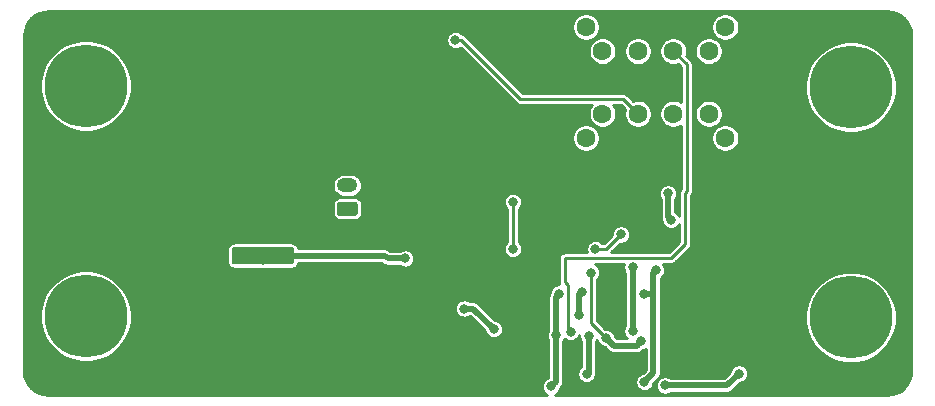
<source format=gbl>
G04 #@! TF.GenerationSoftware,KiCad,Pcbnew,(5.1.0)-1*
G04 #@! TF.CreationDate,2019-05-30T16:04:32+02:00*
G04 #@! TF.ProjectId,currentscaler,63757272-656e-4747-9363-616c65722e6b,rev?*
G04 #@! TF.SameCoordinates,Original*
G04 #@! TF.FileFunction,Copper,L2,Bot*
G04 #@! TF.FilePolarity,Positive*
%FSLAX46Y46*%
G04 Gerber Fmt 4.6, Leading zero omitted, Abs format (unit mm)*
G04 Created by KiCad (PCBNEW (5.1.0)-1) date 2019-05-30 16:04:32*
%MOMM*%
%LPD*%
G04 APERTURE LIST*
%ADD10O,1.750000X1.200000*%
%ADD11C,0.100000*%
%ADD12C,1.200000*%
%ADD13C,1.475000*%
%ADD14C,1.600000*%
%ADD15C,7.000000*%
%ADD16C,0.800000*%
%ADD17C,0.500000*%
%ADD18C,0.250000*%
%ADD19C,0.254000*%
G04 APERTURE END LIST*
D10*
X125600000Y-107800000D03*
D11*
G36*
X126249505Y-109201204D02*
G01*
X126273773Y-109204804D01*
X126297572Y-109210765D01*
X126320671Y-109219030D01*
X126342850Y-109229520D01*
X126363893Y-109242132D01*
X126383599Y-109256747D01*
X126401777Y-109273223D01*
X126418253Y-109291401D01*
X126432868Y-109311107D01*
X126445480Y-109332150D01*
X126455970Y-109354329D01*
X126464235Y-109377428D01*
X126470196Y-109401227D01*
X126473796Y-109425495D01*
X126475000Y-109449999D01*
X126475000Y-110150001D01*
X126473796Y-110174505D01*
X126470196Y-110198773D01*
X126464235Y-110222572D01*
X126455970Y-110245671D01*
X126445480Y-110267850D01*
X126432868Y-110288893D01*
X126418253Y-110308599D01*
X126401777Y-110326777D01*
X126383599Y-110343253D01*
X126363893Y-110357868D01*
X126342850Y-110370480D01*
X126320671Y-110380970D01*
X126297572Y-110389235D01*
X126273773Y-110395196D01*
X126249505Y-110398796D01*
X126225001Y-110400000D01*
X124974999Y-110400000D01*
X124950495Y-110398796D01*
X124926227Y-110395196D01*
X124902428Y-110389235D01*
X124879329Y-110380970D01*
X124857150Y-110370480D01*
X124836107Y-110357868D01*
X124816401Y-110343253D01*
X124798223Y-110326777D01*
X124781747Y-110308599D01*
X124767132Y-110288893D01*
X124754520Y-110267850D01*
X124744030Y-110245671D01*
X124735765Y-110222572D01*
X124729804Y-110198773D01*
X124726204Y-110174505D01*
X124725000Y-110150001D01*
X124725000Y-109449999D01*
X124726204Y-109425495D01*
X124729804Y-109401227D01*
X124735765Y-109377428D01*
X124744030Y-109354329D01*
X124754520Y-109332150D01*
X124767132Y-109311107D01*
X124781747Y-109291401D01*
X124798223Y-109273223D01*
X124816401Y-109256747D01*
X124836107Y-109242132D01*
X124857150Y-109229520D01*
X124879329Y-109219030D01*
X124902428Y-109210765D01*
X124926227Y-109204804D01*
X124950495Y-109201204D01*
X124974999Y-109200000D01*
X126225001Y-109200000D01*
X126249505Y-109201204D01*
X126249505Y-109201204D01*
G37*
D12*
X125600000Y-109800000D03*
D11*
G36*
X120874504Y-113026204D02*
G01*
X120898773Y-113029804D01*
X120922571Y-113035765D01*
X120945671Y-113044030D01*
X120967849Y-113054520D01*
X120988893Y-113067133D01*
X121008598Y-113081747D01*
X121026777Y-113098223D01*
X121043253Y-113116402D01*
X121057867Y-113136107D01*
X121070480Y-113157151D01*
X121080970Y-113179329D01*
X121089235Y-113202429D01*
X121095196Y-113226227D01*
X121098796Y-113250496D01*
X121100000Y-113275000D01*
X121100000Y-114250000D01*
X121098796Y-114274504D01*
X121095196Y-114298773D01*
X121089235Y-114322571D01*
X121080970Y-114345671D01*
X121070480Y-114367849D01*
X121057867Y-114388893D01*
X121043253Y-114408598D01*
X121026777Y-114426777D01*
X121008598Y-114443253D01*
X120988893Y-114457867D01*
X120967849Y-114470480D01*
X120945671Y-114480970D01*
X120922571Y-114489235D01*
X120898773Y-114495196D01*
X120874504Y-114498796D01*
X120850000Y-114500000D01*
X116050000Y-114500000D01*
X116025496Y-114498796D01*
X116001227Y-114495196D01*
X115977429Y-114489235D01*
X115954329Y-114480970D01*
X115932151Y-114470480D01*
X115911107Y-114457867D01*
X115891402Y-114443253D01*
X115873223Y-114426777D01*
X115856747Y-114408598D01*
X115842133Y-114388893D01*
X115829520Y-114367849D01*
X115819030Y-114345671D01*
X115810765Y-114322571D01*
X115804804Y-114298773D01*
X115801204Y-114274504D01*
X115800000Y-114250000D01*
X115800000Y-113275000D01*
X115801204Y-113250496D01*
X115804804Y-113226227D01*
X115810765Y-113202429D01*
X115819030Y-113179329D01*
X115829520Y-113157151D01*
X115842133Y-113136107D01*
X115856747Y-113116402D01*
X115873223Y-113098223D01*
X115891402Y-113081747D01*
X115911107Y-113067133D01*
X115932151Y-113054520D01*
X115954329Y-113044030D01*
X115977429Y-113035765D01*
X116001227Y-113029804D01*
X116025496Y-113026204D01*
X116050000Y-113025000D01*
X120850000Y-113025000D01*
X120874504Y-113026204D01*
X120874504Y-113026204D01*
G37*
D13*
X118450000Y-113762500D03*
D11*
G36*
X120874504Y-103401204D02*
G01*
X120898773Y-103404804D01*
X120922571Y-103410765D01*
X120945671Y-103419030D01*
X120967849Y-103429520D01*
X120988893Y-103442133D01*
X121008598Y-103456747D01*
X121026777Y-103473223D01*
X121043253Y-103491402D01*
X121057867Y-103511107D01*
X121070480Y-103532151D01*
X121080970Y-103554329D01*
X121089235Y-103577429D01*
X121095196Y-103601227D01*
X121098796Y-103625496D01*
X121100000Y-103650000D01*
X121100000Y-104625000D01*
X121098796Y-104649504D01*
X121095196Y-104673773D01*
X121089235Y-104697571D01*
X121080970Y-104720671D01*
X121070480Y-104742849D01*
X121057867Y-104763893D01*
X121043253Y-104783598D01*
X121026777Y-104801777D01*
X121008598Y-104818253D01*
X120988893Y-104832867D01*
X120967849Y-104845480D01*
X120945671Y-104855970D01*
X120922571Y-104864235D01*
X120898773Y-104870196D01*
X120874504Y-104873796D01*
X120850000Y-104875000D01*
X116050000Y-104875000D01*
X116025496Y-104873796D01*
X116001227Y-104870196D01*
X115977429Y-104864235D01*
X115954329Y-104855970D01*
X115932151Y-104845480D01*
X115911107Y-104832867D01*
X115891402Y-104818253D01*
X115873223Y-104801777D01*
X115856747Y-104783598D01*
X115842133Y-104763893D01*
X115829520Y-104742849D01*
X115819030Y-104720671D01*
X115810765Y-104697571D01*
X115804804Y-104673773D01*
X115801204Y-104649504D01*
X115800000Y-104625000D01*
X115800000Y-103650000D01*
X115801204Y-103625496D01*
X115804804Y-103601227D01*
X115810765Y-103577429D01*
X115819030Y-103554329D01*
X115829520Y-103532151D01*
X115842133Y-103511107D01*
X115856747Y-103491402D01*
X115873223Y-103473223D01*
X115891402Y-103456747D01*
X115911107Y-103442133D01*
X115932151Y-103429520D01*
X115954329Y-103419030D01*
X115977429Y-103410765D01*
X116001227Y-103404804D01*
X116025496Y-103401204D01*
X116050000Y-103400000D01*
X120850000Y-103400000D01*
X120874504Y-103401204D01*
X120874504Y-103401204D01*
G37*
D13*
X118450000Y-104137500D03*
D14*
X156200000Y-101750000D03*
X153200000Y-101750000D03*
X150200000Y-101750000D03*
X147200000Y-101750000D03*
X156200000Y-96450000D03*
X150200000Y-96450000D03*
X147200000Y-96450000D03*
X153200000Y-96450000D03*
X145800000Y-94400000D03*
X157600000Y-94400000D03*
X157600000Y-103800000D03*
X145800000Y-103800000D03*
D15*
X168230000Y-119000000D03*
X168230000Y-99500000D03*
X103460000Y-99390000D03*
X103460000Y-118890000D03*
D16*
X135500000Y-118250000D03*
X138000000Y-120000000D03*
X130500000Y-114000000D03*
X149750000Y-114750000D03*
X149750000Y-120162490D03*
X158750000Y-123750000D03*
X152500000Y-124750000D03*
X152750000Y-108500000D03*
X153000000Y-110750000D03*
X139600000Y-109200000D03*
X139600000Y-113200000D03*
X144500000Y-120250000D03*
X145250000Y-118750000D03*
X145470306Y-116832457D03*
X146024999Y-120533001D03*
X145850000Y-123787500D03*
X151750000Y-115000000D03*
X150750000Y-117000000D03*
X150750000Y-124449990D03*
X146600000Y-113200000D03*
X148762500Y-111962500D03*
X150500000Y-121000000D03*
X147500000Y-120750000D03*
X146200000Y-115200000D03*
X143250000Y-120500000D03*
X142840000Y-124840000D03*
X143524990Y-116973909D03*
X134750000Y-95500000D03*
X153250000Y-119250000D03*
X148400000Y-120200000D03*
X141000000Y-109200000D03*
X141487733Y-116375021D03*
D17*
X135500000Y-118250000D02*
X136250000Y-118250000D01*
X136250000Y-118250000D02*
X138000000Y-120000000D01*
X128700000Y-113762500D02*
X117700000Y-113762500D01*
X129000000Y-114000000D02*
X128800000Y-113800000D01*
X130500000Y-114000000D02*
X129000000Y-114000000D01*
X149750000Y-114750000D02*
X149750000Y-120162490D01*
X158750000Y-123750000D02*
X157750000Y-124750000D01*
X157750000Y-124750000D02*
X152500000Y-124750000D01*
X152750000Y-108500000D02*
X152750000Y-110500000D01*
X152750000Y-110500000D02*
X153000000Y-110750000D01*
D18*
X139600000Y-109200000D02*
X139600000Y-113200000D01*
X144250000Y-120000000D02*
X144500000Y-120250000D01*
X144000000Y-116000000D02*
X144250000Y-116250000D01*
X144250000Y-116250000D02*
X144250000Y-120000000D01*
X144000000Y-114000000D02*
X144000000Y-116000000D01*
X154325001Y-97575001D02*
X154325001Y-108325001D01*
X153200000Y-96450000D02*
X154325001Y-97575001D01*
X154200000Y-108450002D02*
X154200000Y-112800000D01*
X154200000Y-112800000D02*
X153000000Y-114000000D01*
X154325001Y-108325001D02*
X154200000Y-108450002D01*
X153000000Y-114000000D02*
X144000000Y-114000000D01*
D17*
X145250000Y-118750000D02*
X145250000Y-117052763D01*
X145250000Y-117052763D02*
X145470306Y-116832457D01*
X146024999Y-120533001D02*
X146024999Y-123612501D01*
X146024999Y-123612501D02*
X145850000Y-123787500D01*
X151500000Y-115250000D02*
X151750000Y-115000000D01*
X150750000Y-117000000D02*
X151500000Y-117000000D01*
X151500000Y-117000000D02*
X151500000Y-115250000D01*
X151149999Y-124049991D02*
X150750000Y-124449990D01*
X151500000Y-123699990D02*
X151149999Y-124049991D01*
X151500000Y-117000000D02*
X151500000Y-123699990D01*
D18*
X146600000Y-113200000D02*
X147525000Y-113200000D01*
X147525000Y-113200000D02*
X148762500Y-111962500D01*
D17*
X148149999Y-121399999D02*
X147899999Y-121149999D01*
X147899999Y-121149999D02*
X147500000Y-120750000D01*
X150500000Y-121000000D02*
X150100001Y-121399999D01*
X150100001Y-121399999D02*
X148149999Y-121399999D01*
D18*
X146200000Y-119450000D02*
X147500000Y-120750000D01*
X146200000Y-115200000D02*
X146200000Y-119450000D01*
D17*
X143250000Y-120500000D02*
X143250000Y-124430000D01*
X143239999Y-124440001D02*
X142840000Y-124840000D01*
X143250000Y-124430000D02*
X143239999Y-124440001D01*
X143250000Y-117248899D02*
X143524990Y-116973909D01*
X143250000Y-120500000D02*
X143250000Y-117248899D01*
D18*
X135250000Y-95500000D02*
X134750000Y-95500000D01*
X140250000Y-100500000D02*
X135250000Y-95500000D01*
X150200000Y-101750000D02*
X148950000Y-100500000D01*
X148950000Y-100500000D02*
X140250000Y-100500000D01*
D19*
G36*
X171697216Y-93093919D02*
G01*
X172079297Y-93209276D01*
X172431701Y-93396652D01*
X172740996Y-93648906D01*
X172995405Y-93956433D01*
X173185238Y-94307522D01*
X173303259Y-94688787D01*
X173347200Y-95106854D01*
X173347201Y-123477844D01*
X173306081Y-123897217D01*
X173190723Y-124279301D01*
X173003347Y-124631702D01*
X172751092Y-124940998D01*
X172443566Y-125195405D01*
X172092479Y-125385237D01*
X171711213Y-125503259D01*
X171293138Y-125547200D01*
X143165156Y-125547200D01*
X143208426Y-125529277D01*
X143335818Y-125444156D01*
X143444156Y-125335818D01*
X143529277Y-125208426D01*
X143587909Y-125066876D01*
X143609498Y-124958344D01*
X143672112Y-124895730D01*
X143696069Y-124876069D01*
X143774522Y-124780474D01*
X143832817Y-124671411D01*
X143868716Y-124553070D01*
X143877800Y-124460836D01*
X143877800Y-124460833D01*
X143880837Y-124430000D01*
X143877800Y-124399167D01*
X143877800Y-120960432D01*
X143939277Y-120868426D01*
X143962467Y-120812441D01*
X144004182Y-120854156D01*
X144131574Y-120939277D01*
X144273124Y-120997909D01*
X144423393Y-121027800D01*
X144576607Y-121027800D01*
X144726876Y-120997909D01*
X144868426Y-120939277D01*
X144995818Y-120854156D01*
X145104156Y-120745818D01*
X145189277Y-120618426D01*
X145247199Y-120478590D01*
X145247199Y-120609608D01*
X145277090Y-120759877D01*
X145335722Y-120901427D01*
X145397199Y-120993434D01*
X145397200Y-123154600D01*
X145354182Y-123183344D01*
X145245844Y-123291682D01*
X145160723Y-123419074D01*
X145102091Y-123560624D01*
X145072200Y-123710893D01*
X145072200Y-123864107D01*
X145102091Y-124014376D01*
X145160723Y-124155926D01*
X145245844Y-124283318D01*
X145354182Y-124391656D01*
X145481574Y-124476777D01*
X145623124Y-124535409D01*
X145773393Y-124565300D01*
X145926607Y-124565300D01*
X146076876Y-124535409D01*
X146218426Y-124476777D01*
X146345818Y-124391656D01*
X146454156Y-124283318D01*
X146539277Y-124155926D01*
X146597909Y-124014376D01*
X146627800Y-123864107D01*
X146627800Y-123788035D01*
X146643715Y-123735571D01*
X146652799Y-123643337D01*
X146652799Y-123643327D01*
X146655835Y-123612501D01*
X146652799Y-123581675D01*
X146652799Y-120993433D01*
X146714276Y-120901427D01*
X146729684Y-120864229D01*
X146752091Y-120976876D01*
X146810723Y-121118426D01*
X146895844Y-121245818D01*
X147004182Y-121354156D01*
X147131574Y-121439277D01*
X147273124Y-121497909D01*
X147381656Y-121519498D01*
X147684269Y-121822111D01*
X147703930Y-121846068D01*
X147799525Y-121924521D01*
X147908588Y-121982816D01*
X148026929Y-122018715D01*
X148119163Y-122027799D01*
X148119172Y-122027799D01*
X148149998Y-122030835D01*
X148180824Y-122027799D01*
X150069175Y-122027799D01*
X150100001Y-122030835D01*
X150130827Y-122027799D01*
X150130837Y-122027799D01*
X150223071Y-122018715D01*
X150341412Y-121982816D01*
X150450475Y-121924521D01*
X150546070Y-121846068D01*
X150565731Y-121822111D01*
X150618344Y-121769498D01*
X150726876Y-121747909D01*
X150868426Y-121689277D01*
X150872201Y-121686755D01*
X150872201Y-123439947D01*
X150631656Y-123680492D01*
X150523124Y-123702081D01*
X150381574Y-123760713D01*
X150254182Y-123845834D01*
X150145844Y-123954172D01*
X150060723Y-124081564D01*
X150002091Y-124223114D01*
X149972200Y-124373383D01*
X149972200Y-124526597D01*
X150002091Y-124676866D01*
X150060723Y-124818416D01*
X150145844Y-124945808D01*
X150254182Y-125054146D01*
X150381574Y-125139267D01*
X150523124Y-125197899D01*
X150673393Y-125227790D01*
X150826607Y-125227790D01*
X150976876Y-125197899D01*
X151118426Y-125139267D01*
X151245818Y-125054146D01*
X151354156Y-124945808D01*
X151439277Y-124818416D01*
X151497909Y-124676866D01*
X151498599Y-124673393D01*
X151722200Y-124673393D01*
X151722200Y-124826607D01*
X151752091Y-124976876D01*
X151810723Y-125118426D01*
X151895844Y-125245818D01*
X152004182Y-125354156D01*
X152131574Y-125439277D01*
X152273124Y-125497909D01*
X152423393Y-125527800D01*
X152576607Y-125527800D01*
X152726876Y-125497909D01*
X152868426Y-125439277D01*
X152960432Y-125377800D01*
X157719174Y-125377800D01*
X157750000Y-125380836D01*
X157780826Y-125377800D01*
X157780836Y-125377800D01*
X157873070Y-125368716D01*
X157991411Y-125332817D01*
X158100474Y-125274522D01*
X158196069Y-125196069D01*
X158215730Y-125172112D01*
X158868345Y-124519498D01*
X158976876Y-124497909D01*
X159118426Y-124439277D01*
X159245818Y-124354156D01*
X159354156Y-124245818D01*
X159439277Y-124118426D01*
X159497909Y-123976876D01*
X159527800Y-123826607D01*
X159527800Y-123673393D01*
X159497909Y-123523124D01*
X159439277Y-123381574D01*
X159354156Y-123254182D01*
X159245818Y-123145844D01*
X159118426Y-123060723D01*
X158976876Y-123002091D01*
X158826607Y-122972200D01*
X158673393Y-122972200D01*
X158523124Y-123002091D01*
X158381574Y-123060723D01*
X158254182Y-123145844D01*
X158145844Y-123254182D01*
X158060723Y-123381574D01*
X158002091Y-123523124D01*
X157980502Y-123631655D01*
X157489958Y-124122200D01*
X152960432Y-124122200D01*
X152868426Y-124060723D01*
X152726876Y-124002091D01*
X152576607Y-123972200D01*
X152423393Y-123972200D01*
X152273124Y-124002091D01*
X152131574Y-124060723D01*
X152004182Y-124145844D01*
X151895844Y-124254182D01*
X151810723Y-124381574D01*
X151752091Y-124523124D01*
X151722200Y-124673393D01*
X151498599Y-124673393D01*
X151519498Y-124568334D01*
X151922112Y-124165720D01*
X151946069Y-124146059D01*
X152024522Y-124050464D01*
X152082817Y-123941401D01*
X152118716Y-123823060D01*
X152127800Y-123730826D01*
X152127800Y-123730817D01*
X152130836Y-123699991D01*
X152127800Y-123669165D01*
X152127800Y-118618070D01*
X164352200Y-118618070D01*
X164352200Y-119381930D01*
X164501222Y-120131113D01*
X164793538Y-120836827D01*
X165217916Y-121471953D01*
X165758047Y-122012084D01*
X166393173Y-122436462D01*
X167098887Y-122728778D01*
X167848070Y-122877800D01*
X168611930Y-122877800D01*
X169361113Y-122728778D01*
X170066827Y-122436462D01*
X170701953Y-122012084D01*
X171242084Y-121471953D01*
X171666462Y-120836827D01*
X171958778Y-120131113D01*
X172107800Y-119381930D01*
X172107800Y-118618070D01*
X171958778Y-117868887D01*
X171666462Y-117163173D01*
X171242084Y-116528047D01*
X170701953Y-115987916D01*
X170066827Y-115563538D01*
X169361113Y-115271222D01*
X168611930Y-115122200D01*
X167848070Y-115122200D01*
X167098887Y-115271222D01*
X166393173Y-115563538D01*
X165758047Y-115987916D01*
X165217916Y-116528047D01*
X164793538Y-117163173D01*
X164501222Y-117868887D01*
X164352200Y-118618070D01*
X152127800Y-118618070D01*
X152127800Y-117030835D01*
X152130837Y-117000000D01*
X152127800Y-116969164D01*
X152127800Y-115683013D01*
X152245818Y-115604156D01*
X152354156Y-115495818D01*
X152439277Y-115368426D01*
X152497909Y-115226876D01*
X152527800Y-115076607D01*
X152527800Y-114923393D01*
X152497909Y-114773124D01*
X152439277Y-114631574D01*
X152354156Y-114504182D01*
X152352774Y-114502800D01*
X152975308Y-114502800D01*
X153000000Y-114505232D01*
X153024692Y-114502800D01*
X153098566Y-114495524D01*
X153193344Y-114466774D01*
X153280692Y-114420085D01*
X153357253Y-114357253D01*
X153372996Y-114338070D01*
X154538070Y-113172996D01*
X154557253Y-113157253D01*
X154620085Y-113080692D01*
X154666774Y-112993344D01*
X154695524Y-112898566D01*
X154702800Y-112824692D01*
X154702800Y-112824683D01*
X154705231Y-112800001D01*
X154702800Y-112775319D01*
X154702800Y-108657219D01*
X154745086Y-108605693D01*
X154791775Y-108518345D01*
X154820525Y-108423567D01*
X154827801Y-108349693D01*
X154827801Y-108349686D01*
X154830232Y-108325002D01*
X154827801Y-108300317D01*
X154827801Y-103683997D01*
X156422200Y-103683997D01*
X156422200Y-103916003D01*
X156467462Y-104143552D01*
X156556247Y-104357898D01*
X156685143Y-104550804D01*
X156849196Y-104714857D01*
X157042102Y-104843753D01*
X157256448Y-104932538D01*
X157483997Y-104977800D01*
X157716003Y-104977800D01*
X157943552Y-104932538D01*
X158157898Y-104843753D01*
X158350804Y-104714857D01*
X158514857Y-104550804D01*
X158643753Y-104357898D01*
X158732538Y-104143552D01*
X158777800Y-103916003D01*
X158777800Y-103683997D01*
X158732538Y-103456448D01*
X158643753Y-103242102D01*
X158514857Y-103049196D01*
X158350804Y-102885143D01*
X158157898Y-102756247D01*
X157943552Y-102667462D01*
X157716003Y-102622200D01*
X157483997Y-102622200D01*
X157256448Y-102667462D01*
X157042102Y-102756247D01*
X156849196Y-102885143D01*
X156685143Y-103049196D01*
X156556247Y-103242102D01*
X156467462Y-103456448D01*
X156422200Y-103683997D01*
X154827801Y-103683997D01*
X154827801Y-101633997D01*
X155022200Y-101633997D01*
X155022200Y-101866003D01*
X155067462Y-102093552D01*
X155156247Y-102307898D01*
X155285143Y-102500804D01*
X155449196Y-102664857D01*
X155642102Y-102793753D01*
X155856448Y-102882538D01*
X156083997Y-102927800D01*
X156316003Y-102927800D01*
X156543552Y-102882538D01*
X156757898Y-102793753D01*
X156950804Y-102664857D01*
X157114857Y-102500804D01*
X157243753Y-102307898D01*
X157332538Y-102093552D01*
X157377800Y-101866003D01*
X157377800Y-101633997D01*
X157332538Y-101406448D01*
X157243753Y-101192102D01*
X157114857Y-100999196D01*
X156950804Y-100835143D01*
X156757898Y-100706247D01*
X156543552Y-100617462D01*
X156316003Y-100572200D01*
X156083997Y-100572200D01*
X155856448Y-100617462D01*
X155642102Y-100706247D01*
X155449196Y-100835143D01*
X155285143Y-100999196D01*
X155156247Y-101192102D01*
X155067462Y-101406448D01*
X155022200Y-101633997D01*
X154827801Y-101633997D01*
X154827801Y-99118070D01*
X164352200Y-99118070D01*
X164352200Y-99881930D01*
X164501222Y-100631113D01*
X164793538Y-101336827D01*
X165217916Y-101971953D01*
X165758047Y-102512084D01*
X166393173Y-102936462D01*
X167098887Y-103228778D01*
X167848070Y-103377800D01*
X168611930Y-103377800D01*
X169361113Y-103228778D01*
X170066827Y-102936462D01*
X170701953Y-102512084D01*
X171242084Y-101971953D01*
X171666462Y-101336827D01*
X171958778Y-100631113D01*
X172107800Y-99881930D01*
X172107800Y-99118070D01*
X171958778Y-98368887D01*
X171666462Y-97663173D01*
X171242084Y-97028047D01*
X170701953Y-96487916D01*
X170066827Y-96063538D01*
X169361113Y-95771222D01*
X168611930Y-95622200D01*
X167848070Y-95622200D01*
X167098887Y-95771222D01*
X166393173Y-96063538D01*
X165758047Y-96487916D01*
X165217916Y-97028047D01*
X164793538Y-97663173D01*
X164501222Y-98368887D01*
X164352200Y-99118070D01*
X154827801Y-99118070D01*
X154827801Y-97599693D01*
X154830233Y-97575001D01*
X154820525Y-97476435D01*
X154791775Y-97381657D01*
X154745086Y-97294309D01*
X154697994Y-97236927D01*
X154697993Y-97236926D01*
X154682254Y-97217748D01*
X154663076Y-97202009D01*
X154309716Y-96848649D01*
X154332538Y-96793552D01*
X154377800Y-96566003D01*
X154377800Y-96333997D01*
X155022200Y-96333997D01*
X155022200Y-96566003D01*
X155067462Y-96793552D01*
X155156247Y-97007898D01*
X155285143Y-97200804D01*
X155449196Y-97364857D01*
X155642102Y-97493753D01*
X155856448Y-97582538D01*
X156083997Y-97627800D01*
X156316003Y-97627800D01*
X156543552Y-97582538D01*
X156757898Y-97493753D01*
X156950804Y-97364857D01*
X157114857Y-97200804D01*
X157243753Y-97007898D01*
X157332538Y-96793552D01*
X157377800Y-96566003D01*
X157377800Y-96333997D01*
X157332538Y-96106448D01*
X157243753Y-95892102D01*
X157114857Y-95699196D01*
X156950804Y-95535143D01*
X156757898Y-95406247D01*
X156543552Y-95317462D01*
X156316003Y-95272200D01*
X156083997Y-95272200D01*
X155856448Y-95317462D01*
X155642102Y-95406247D01*
X155449196Y-95535143D01*
X155285143Y-95699196D01*
X155156247Y-95892102D01*
X155067462Y-96106448D01*
X155022200Y-96333997D01*
X154377800Y-96333997D01*
X154332538Y-96106448D01*
X154243753Y-95892102D01*
X154114857Y-95699196D01*
X153950804Y-95535143D01*
X153757898Y-95406247D01*
X153543552Y-95317462D01*
X153316003Y-95272200D01*
X153083997Y-95272200D01*
X152856448Y-95317462D01*
X152642102Y-95406247D01*
X152449196Y-95535143D01*
X152285143Y-95699196D01*
X152156247Y-95892102D01*
X152067462Y-96106448D01*
X152022200Y-96333997D01*
X152022200Y-96566003D01*
X152067462Y-96793552D01*
X152156247Y-97007898D01*
X152285143Y-97200804D01*
X152449196Y-97364857D01*
X152642102Y-97493753D01*
X152856448Y-97582538D01*
X153083997Y-97627800D01*
X153316003Y-97627800D01*
X153543552Y-97582538D01*
X153598649Y-97559716D01*
X153822201Y-97783268D01*
X153822201Y-100749213D01*
X153757898Y-100706247D01*
X153543552Y-100617462D01*
X153316003Y-100572200D01*
X153083997Y-100572200D01*
X152856448Y-100617462D01*
X152642102Y-100706247D01*
X152449196Y-100835143D01*
X152285143Y-100999196D01*
X152156247Y-101192102D01*
X152067462Y-101406448D01*
X152022200Y-101633997D01*
X152022200Y-101866003D01*
X152067462Y-102093552D01*
X152156247Y-102307898D01*
X152285143Y-102500804D01*
X152449196Y-102664857D01*
X152642102Y-102793753D01*
X152856448Y-102882538D01*
X153083997Y-102927800D01*
X153316003Y-102927800D01*
X153543552Y-102882538D01*
X153757898Y-102793753D01*
X153822201Y-102750787D01*
X153822202Y-108117783D01*
X153779915Y-108169310D01*
X153733226Y-108256659D01*
X153712495Y-108325002D01*
X153704476Y-108351437D01*
X153694768Y-108450002D01*
X153697200Y-108474694D01*
X153697200Y-110400703D01*
X153689277Y-110381574D01*
X153604156Y-110254182D01*
X153495818Y-110145844D01*
X153377800Y-110066987D01*
X153377800Y-108960432D01*
X153439277Y-108868426D01*
X153497909Y-108726876D01*
X153527800Y-108576607D01*
X153527800Y-108423393D01*
X153497909Y-108273124D01*
X153439277Y-108131574D01*
X153354156Y-108004182D01*
X153245818Y-107895844D01*
X153118426Y-107810723D01*
X152976876Y-107752091D01*
X152826607Y-107722200D01*
X152673393Y-107722200D01*
X152523124Y-107752091D01*
X152381574Y-107810723D01*
X152254182Y-107895844D01*
X152145844Y-108004182D01*
X152060723Y-108131574D01*
X152002091Y-108273124D01*
X151972200Y-108423393D01*
X151972200Y-108576607D01*
X152002091Y-108726876D01*
X152060723Y-108868426D01*
X152122200Y-108960433D01*
X152122201Y-110469164D01*
X152119164Y-110500000D01*
X152131285Y-110623070D01*
X152167183Y-110741410D01*
X152187611Y-110779628D01*
X152225479Y-110850474D01*
X152227417Y-110852836D01*
X152252091Y-110976876D01*
X152310723Y-111118426D01*
X152395844Y-111245818D01*
X152504182Y-111354156D01*
X152631574Y-111439277D01*
X152773124Y-111497909D01*
X152923393Y-111527800D01*
X153076607Y-111527800D01*
X153226876Y-111497909D01*
X153368426Y-111439277D01*
X153495818Y-111354156D01*
X153604156Y-111245818D01*
X153689277Y-111118426D01*
X153697201Y-111099297D01*
X153697201Y-112591733D01*
X152791734Y-113497200D01*
X147938866Y-113497200D01*
X148695766Y-112740300D01*
X148839107Y-112740300D01*
X148989376Y-112710409D01*
X149130926Y-112651777D01*
X149258318Y-112566656D01*
X149366656Y-112458318D01*
X149451777Y-112330926D01*
X149510409Y-112189376D01*
X149540300Y-112039107D01*
X149540300Y-111885893D01*
X149510409Y-111735624D01*
X149451777Y-111594074D01*
X149366656Y-111466682D01*
X149258318Y-111358344D01*
X149130926Y-111273223D01*
X148989376Y-111214591D01*
X148839107Y-111184700D01*
X148685893Y-111184700D01*
X148535624Y-111214591D01*
X148394074Y-111273223D01*
X148266682Y-111358344D01*
X148158344Y-111466682D01*
X148073223Y-111594074D01*
X148014591Y-111735624D01*
X147984700Y-111885893D01*
X147984700Y-112029234D01*
X147316734Y-112697200D01*
X147197174Y-112697200D01*
X147095818Y-112595844D01*
X146968426Y-112510723D01*
X146826876Y-112452091D01*
X146676607Y-112422200D01*
X146523393Y-112422200D01*
X146373124Y-112452091D01*
X146231574Y-112510723D01*
X146104182Y-112595844D01*
X145995844Y-112704182D01*
X145910723Y-112831574D01*
X145852091Y-112973124D01*
X145822200Y-113123393D01*
X145822200Y-113276607D01*
X145852091Y-113426876D01*
X145881220Y-113497200D01*
X144024692Y-113497200D01*
X144000000Y-113494768D01*
X143975308Y-113497200D01*
X143901434Y-113504476D01*
X143806656Y-113533226D01*
X143719308Y-113579915D01*
X143642747Y-113642747D01*
X143579915Y-113719308D01*
X143533226Y-113806656D01*
X143504476Y-113901434D01*
X143494768Y-114000000D01*
X143497200Y-114024693D01*
X143497201Y-115975298D01*
X143494768Y-116000000D01*
X143504476Y-116098565D01*
X143533227Y-116193344D01*
X143534705Y-116196109D01*
X143448383Y-116196109D01*
X143298114Y-116226000D01*
X143156564Y-116284632D01*
X143029172Y-116369753D01*
X142920834Y-116478091D01*
X142835713Y-116605483D01*
X142777081Y-116747033D01*
X142753841Y-116863866D01*
X142725479Y-116898425D01*
X142667183Y-117007489D01*
X142631285Y-117125829D01*
X142619164Y-117248899D01*
X142622201Y-117279735D01*
X142622200Y-120039567D01*
X142560723Y-120131574D01*
X142502091Y-120273124D01*
X142472200Y-120423393D01*
X142472200Y-120576607D01*
X142502091Y-120726876D01*
X142560723Y-120868426D01*
X142622200Y-120960433D01*
X142622201Y-124090285D01*
X142613124Y-124092091D01*
X142471574Y-124150723D01*
X142344182Y-124235844D01*
X142235844Y-124344182D01*
X142150723Y-124471574D01*
X142092091Y-124613124D01*
X142062200Y-124763393D01*
X142062200Y-124916607D01*
X142092091Y-125066876D01*
X142150723Y-125208426D01*
X142235844Y-125335818D01*
X142344182Y-125444156D01*
X142471574Y-125529277D01*
X142514844Y-125547200D01*
X100272146Y-125547200D01*
X99852783Y-125506081D01*
X99470699Y-125390723D01*
X99118298Y-125203347D01*
X98809002Y-124951092D01*
X98554595Y-124643566D01*
X98364763Y-124292479D01*
X98246741Y-123911213D01*
X98202812Y-123493256D01*
X98211588Y-118508070D01*
X99582200Y-118508070D01*
X99582200Y-119271930D01*
X99731222Y-120021113D01*
X100023538Y-120726827D01*
X100447916Y-121361953D01*
X100988047Y-121902084D01*
X101623173Y-122326462D01*
X102328887Y-122618778D01*
X103078070Y-122767800D01*
X103841930Y-122767800D01*
X104591113Y-122618778D01*
X105296827Y-122326462D01*
X105931953Y-121902084D01*
X106472084Y-121361953D01*
X106896462Y-120726827D01*
X107188778Y-120021113D01*
X107337800Y-119271930D01*
X107337800Y-118508070D01*
X107271229Y-118173393D01*
X134722200Y-118173393D01*
X134722200Y-118326607D01*
X134752091Y-118476876D01*
X134810723Y-118618426D01*
X134895844Y-118745818D01*
X135004182Y-118854156D01*
X135131574Y-118939277D01*
X135273124Y-118997909D01*
X135423393Y-119027800D01*
X135576607Y-119027800D01*
X135726876Y-118997909D01*
X135868426Y-118939277D01*
X135960432Y-118877800D01*
X135989958Y-118877800D01*
X137230503Y-120118346D01*
X137252091Y-120226876D01*
X137310723Y-120368426D01*
X137395844Y-120495818D01*
X137504182Y-120604156D01*
X137631574Y-120689277D01*
X137773124Y-120747909D01*
X137923393Y-120777800D01*
X138076607Y-120777800D01*
X138226876Y-120747909D01*
X138368426Y-120689277D01*
X138495818Y-120604156D01*
X138604156Y-120495818D01*
X138689277Y-120368426D01*
X138747909Y-120226876D01*
X138777800Y-120076607D01*
X138777800Y-119923393D01*
X138747909Y-119773124D01*
X138689277Y-119631574D01*
X138604156Y-119504182D01*
X138495818Y-119395844D01*
X138368426Y-119310723D01*
X138226876Y-119252091D01*
X138118346Y-119230503D01*
X136715730Y-117827888D01*
X136696069Y-117803931D01*
X136600474Y-117725478D01*
X136491411Y-117667183D01*
X136373070Y-117631284D01*
X136280836Y-117622200D01*
X136280826Y-117622200D01*
X136250000Y-117619164D01*
X136219174Y-117622200D01*
X135960432Y-117622200D01*
X135868426Y-117560723D01*
X135726876Y-117502091D01*
X135576607Y-117472200D01*
X135423393Y-117472200D01*
X135273124Y-117502091D01*
X135131574Y-117560723D01*
X135004182Y-117645844D01*
X134895844Y-117754182D01*
X134810723Y-117881574D01*
X134752091Y-118023124D01*
X134722200Y-118173393D01*
X107271229Y-118173393D01*
X107188778Y-117758887D01*
X106896462Y-117053173D01*
X106472084Y-116418047D01*
X105931953Y-115877916D01*
X105296827Y-115453538D01*
X104591113Y-115161222D01*
X103841930Y-115012200D01*
X103078070Y-115012200D01*
X102328887Y-115161222D01*
X101623173Y-115453538D01*
X100988047Y-115877916D01*
X100447916Y-116418047D01*
X100023538Y-117053173D01*
X99731222Y-117758887D01*
X99582200Y-118508070D01*
X98211588Y-118508070D01*
X98220801Y-113275000D01*
X115420372Y-113275000D01*
X115420372Y-114250000D01*
X115432470Y-114372834D01*
X115468300Y-114490948D01*
X115526483Y-114599803D01*
X115604786Y-114695214D01*
X115700197Y-114773517D01*
X115809052Y-114831700D01*
X115927166Y-114867530D01*
X116050000Y-114879628D01*
X120850000Y-114879628D01*
X120972834Y-114867530D01*
X121090948Y-114831700D01*
X121199803Y-114773517D01*
X121295214Y-114695214D01*
X121373517Y-114599803D01*
X121431700Y-114490948D01*
X121462232Y-114390300D01*
X128502457Y-114390300D01*
X128534273Y-114422116D01*
X128553931Y-114446069D01*
X128649526Y-114524522D01*
X128758589Y-114582817D01*
X128876930Y-114618716D01*
X128969164Y-114627800D01*
X128969166Y-114627800D01*
X129000000Y-114630837D01*
X129030833Y-114627800D01*
X130039568Y-114627800D01*
X130131574Y-114689277D01*
X130273124Y-114747909D01*
X130423393Y-114777800D01*
X130576607Y-114777800D01*
X130726876Y-114747909D01*
X130868426Y-114689277D01*
X130995818Y-114604156D01*
X131104156Y-114495818D01*
X131189277Y-114368426D01*
X131247909Y-114226876D01*
X131277800Y-114076607D01*
X131277800Y-113923393D01*
X131247909Y-113773124D01*
X131189277Y-113631574D01*
X131104156Y-113504182D01*
X130995818Y-113395844D01*
X130868426Y-113310723D01*
X130726876Y-113252091D01*
X130576607Y-113222200D01*
X130423393Y-113222200D01*
X130273124Y-113252091D01*
X130131574Y-113310723D01*
X130039568Y-113372200D01*
X129260042Y-113372200D01*
X129222117Y-113334275D01*
X129150474Y-113275479D01*
X129041410Y-113217183D01*
X128972410Y-113196252D01*
X128941411Y-113179683D01*
X128823070Y-113143784D01*
X128730836Y-113134700D01*
X121462232Y-113134700D01*
X121431700Y-113034052D01*
X121373517Y-112925197D01*
X121295214Y-112829786D01*
X121199803Y-112751483D01*
X121090948Y-112693300D01*
X120972834Y-112657470D01*
X120850000Y-112645372D01*
X116050000Y-112645372D01*
X115927166Y-112657470D01*
X115809052Y-112693300D01*
X115700197Y-112751483D01*
X115604786Y-112829786D01*
X115526483Y-112925197D01*
X115468300Y-113034052D01*
X115432470Y-113152166D01*
X115420372Y-113275000D01*
X98220801Y-113275000D01*
X98227535Y-109449999D01*
X124345372Y-109449999D01*
X124345372Y-110150001D01*
X124357470Y-110272835D01*
X124393300Y-110390949D01*
X124451483Y-110499803D01*
X124529785Y-110595215D01*
X124625197Y-110673517D01*
X124734051Y-110731700D01*
X124852165Y-110767530D01*
X124974999Y-110779628D01*
X126225001Y-110779628D01*
X126347835Y-110767530D01*
X126465949Y-110731700D01*
X126574803Y-110673517D01*
X126670215Y-110595215D01*
X126748517Y-110499803D01*
X126806700Y-110390949D01*
X126842530Y-110272835D01*
X126854628Y-110150001D01*
X126854628Y-109449999D01*
X126842530Y-109327165D01*
X126806700Y-109209051D01*
X126760916Y-109123393D01*
X138822200Y-109123393D01*
X138822200Y-109276607D01*
X138852091Y-109426876D01*
X138910723Y-109568426D01*
X138995844Y-109695818D01*
X139097200Y-109797174D01*
X139097201Y-112602825D01*
X138995844Y-112704182D01*
X138910723Y-112831574D01*
X138852091Y-112973124D01*
X138822200Y-113123393D01*
X138822200Y-113276607D01*
X138852091Y-113426876D01*
X138910723Y-113568426D01*
X138995844Y-113695818D01*
X139104182Y-113804156D01*
X139231574Y-113889277D01*
X139373124Y-113947909D01*
X139523393Y-113977800D01*
X139676607Y-113977800D01*
X139826876Y-113947909D01*
X139968426Y-113889277D01*
X140095818Y-113804156D01*
X140204156Y-113695818D01*
X140289277Y-113568426D01*
X140347909Y-113426876D01*
X140377800Y-113276607D01*
X140377800Y-113123393D01*
X140347909Y-112973124D01*
X140289277Y-112831574D01*
X140204156Y-112704182D01*
X140102800Y-112602826D01*
X140102800Y-109797174D01*
X140204156Y-109695818D01*
X140289277Y-109568426D01*
X140347909Y-109426876D01*
X140377800Y-109276607D01*
X140377800Y-109123393D01*
X140347909Y-108973124D01*
X140289277Y-108831574D01*
X140204156Y-108704182D01*
X140095818Y-108595844D01*
X139968426Y-108510723D01*
X139826876Y-108452091D01*
X139676607Y-108422200D01*
X139523393Y-108422200D01*
X139373124Y-108452091D01*
X139231574Y-108510723D01*
X139104182Y-108595844D01*
X138995844Y-108704182D01*
X138910723Y-108831574D01*
X138852091Y-108973124D01*
X138822200Y-109123393D01*
X126760916Y-109123393D01*
X126748517Y-109100197D01*
X126670215Y-109004785D01*
X126574803Y-108926483D01*
X126465949Y-108868300D01*
X126347835Y-108832470D01*
X126225001Y-108820372D01*
X124974999Y-108820372D01*
X124852165Y-108832470D01*
X124734051Y-108868300D01*
X124625197Y-108926483D01*
X124529785Y-109004785D01*
X124451483Y-109100197D01*
X124393300Y-109209051D01*
X124357470Y-109327165D01*
X124345372Y-109449999D01*
X98227535Y-109449999D01*
X98230440Y-107800000D01*
X124342469Y-107800000D01*
X124361348Y-107991682D01*
X124417260Y-108175998D01*
X124508055Y-108345865D01*
X124630246Y-108494754D01*
X124779135Y-108616945D01*
X124949002Y-108707740D01*
X125133318Y-108763652D01*
X125276965Y-108777800D01*
X125923035Y-108777800D01*
X126066682Y-108763652D01*
X126250998Y-108707740D01*
X126420865Y-108616945D01*
X126569754Y-108494754D01*
X126691945Y-108345865D01*
X126782740Y-108175998D01*
X126838652Y-107991682D01*
X126857531Y-107800000D01*
X126838652Y-107608318D01*
X126782740Y-107424002D01*
X126691945Y-107254135D01*
X126569754Y-107105246D01*
X126420865Y-106983055D01*
X126250998Y-106892260D01*
X126066682Y-106836348D01*
X125923035Y-106822200D01*
X125276965Y-106822200D01*
X125133318Y-106836348D01*
X124949002Y-106892260D01*
X124779135Y-106983055D01*
X124630246Y-107105246D01*
X124508055Y-107254135D01*
X124417260Y-107424002D01*
X124361348Y-107608318D01*
X124342469Y-107800000D01*
X98230440Y-107800000D01*
X98237687Y-103683997D01*
X144622200Y-103683997D01*
X144622200Y-103916003D01*
X144667462Y-104143552D01*
X144756247Y-104357898D01*
X144885143Y-104550804D01*
X145049196Y-104714857D01*
X145242102Y-104843753D01*
X145456448Y-104932538D01*
X145683997Y-104977800D01*
X145916003Y-104977800D01*
X146143552Y-104932538D01*
X146357898Y-104843753D01*
X146550804Y-104714857D01*
X146714857Y-104550804D01*
X146843753Y-104357898D01*
X146932538Y-104143552D01*
X146977800Y-103916003D01*
X146977800Y-103683997D01*
X146932538Y-103456448D01*
X146843753Y-103242102D01*
X146714857Y-103049196D01*
X146550804Y-102885143D01*
X146357898Y-102756247D01*
X146143552Y-102667462D01*
X145916003Y-102622200D01*
X145683997Y-102622200D01*
X145456448Y-102667462D01*
X145242102Y-102756247D01*
X145049196Y-102885143D01*
X144885143Y-103049196D01*
X144756247Y-103242102D01*
X144667462Y-103456448D01*
X144622200Y-103683997D01*
X98237687Y-103683997D01*
X98245920Y-99008070D01*
X99582200Y-99008070D01*
X99582200Y-99771930D01*
X99731222Y-100521113D01*
X100023538Y-101226827D01*
X100447916Y-101861953D01*
X100988047Y-102402084D01*
X101623173Y-102826462D01*
X102328887Y-103118778D01*
X103078070Y-103267800D01*
X103841930Y-103267800D01*
X104591113Y-103118778D01*
X105296827Y-102826462D01*
X105931953Y-102402084D01*
X106472084Y-101861953D01*
X106896462Y-101226827D01*
X107188778Y-100521113D01*
X107337800Y-99771930D01*
X107337800Y-99008070D01*
X107188778Y-98258887D01*
X106896462Y-97553173D01*
X106472084Y-96918047D01*
X105931953Y-96377916D01*
X105296827Y-95953538D01*
X104591113Y-95661222D01*
X103841930Y-95512200D01*
X103078070Y-95512200D01*
X102328887Y-95661222D01*
X101623173Y-95953538D01*
X100988047Y-96377916D01*
X100447916Y-96918047D01*
X100023538Y-97553173D01*
X99731222Y-98258887D01*
X99582200Y-99008070D01*
X98245920Y-99008070D01*
X98252231Y-95423393D01*
X133972200Y-95423393D01*
X133972200Y-95576607D01*
X134002091Y-95726876D01*
X134060723Y-95868426D01*
X134145844Y-95995818D01*
X134254182Y-96104156D01*
X134381574Y-96189277D01*
X134523124Y-96247909D01*
X134673393Y-96277800D01*
X134826607Y-96277800D01*
X134976876Y-96247909D01*
X135118426Y-96189277D01*
X135184237Y-96145303D01*
X139877006Y-100838073D01*
X139892747Y-100857253D01*
X139911925Y-100872992D01*
X139911926Y-100872993D01*
X139969308Y-100920085D01*
X140056655Y-100966774D01*
X140151434Y-100995524D01*
X140250000Y-101005232D01*
X140274692Y-101002800D01*
X146282735Y-101002800D01*
X146156247Y-101192102D01*
X146067462Y-101406448D01*
X146022200Y-101633997D01*
X146022200Y-101866003D01*
X146067462Y-102093552D01*
X146156247Y-102307898D01*
X146285143Y-102500804D01*
X146449196Y-102664857D01*
X146642102Y-102793753D01*
X146856448Y-102882538D01*
X147083997Y-102927800D01*
X147316003Y-102927800D01*
X147543552Y-102882538D01*
X147757898Y-102793753D01*
X147950804Y-102664857D01*
X148114857Y-102500804D01*
X148243753Y-102307898D01*
X148332538Y-102093552D01*
X148377800Y-101866003D01*
X148377800Y-101633997D01*
X148332538Y-101406448D01*
X148243753Y-101192102D01*
X148117265Y-101002800D01*
X148741734Y-101002800D01*
X149090284Y-101351351D01*
X149067462Y-101406448D01*
X149022200Y-101633997D01*
X149022200Y-101866003D01*
X149067462Y-102093552D01*
X149156247Y-102307898D01*
X149285143Y-102500804D01*
X149449196Y-102664857D01*
X149642102Y-102793753D01*
X149856448Y-102882538D01*
X150083997Y-102927800D01*
X150316003Y-102927800D01*
X150543552Y-102882538D01*
X150757898Y-102793753D01*
X150950804Y-102664857D01*
X151114857Y-102500804D01*
X151243753Y-102307898D01*
X151332538Y-102093552D01*
X151377800Y-101866003D01*
X151377800Y-101633997D01*
X151332538Y-101406448D01*
X151243753Y-101192102D01*
X151114857Y-100999196D01*
X150950804Y-100835143D01*
X150757898Y-100706247D01*
X150543552Y-100617462D01*
X150316003Y-100572200D01*
X150083997Y-100572200D01*
X149856448Y-100617462D01*
X149801351Y-100640284D01*
X149322996Y-100161930D01*
X149307253Y-100142747D01*
X149230692Y-100079915D01*
X149143344Y-100033226D01*
X149048566Y-100004476D01*
X148974692Y-99997200D01*
X148950000Y-99994768D01*
X148925308Y-99997200D01*
X140458267Y-99997200D01*
X136795064Y-96333997D01*
X146022200Y-96333997D01*
X146022200Y-96566003D01*
X146067462Y-96793552D01*
X146156247Y-97007898D01*
X146285143Y-97200804D01*
X146449196Y-97364857D01*
X146642102Y-97493753D01*
X146856448Y-97582538D01*
X147083997Y-97627800D01*
X147316003Y-97627800D01*
X147543552Y-97582538D01*
X147757898Y-97493753D01*
X147950804Y-97364857D01*
X148114857Y-97200804D01*
X148243753Y-97007898D01*
X148332538Y-96793552D01*
X148377800Y-96566003D01*
X148377800Y-96333997D01*
X149022200Y-96333997D01*
X149022200Y-96566003D01*
X149067462Y-96793552D01*
X149156247Y-97007898D01*
X149285143Y-97200804D01*
X149449196Y-97364857D01*
X149642102Y-97493753D01*
X149856448Y-97582538D01*
X150083997Y-97627800D01*
X150316003Y-97627800D01*
X150543552Y-97582538D01*
X150757898Y-97493753D01*
X150950804Y-97364857D01*
X151114857Y-97200804D01*
X151243753Y-97007898D01*
X151332538Y-96793552D01*
X151377800Y-96566003D01*
X151377800Y-96333997D01*
X151332538Y-96106448D01*
X151243753Y-95892102D01*
X151114857Y-95699196D01*
X150950804Y-95535143D01*
X150757898Y-95406247D01*
X150543552Y-95317462D01*
X150316003Y-95272200D01*
X150083997Y-95272200D01*
X149856448Y-95317462D01*
X149642102Y-95406247D01*
X149449196Y-95535143D01*
X149285143Y-95699196D01*
X149156247Y-95892102D01*
X149067462Y-96106448D01*
X149022200Y-96333997D01*
X148377800Y-96333997D01*
X148332538Y-96106448D01*
X148243753Y-95892102D01*
X148114857Y-95699196D01*
X147950804Y-95535143D01*
X147757898Y-95406247D01*
X147543552Y-95317462D01*
X147316003Y-95272200D01*
X147083997Y-95272200D01*
X146856448Y-95317462D01*
X146642102Y-95406247D01*
X146449196Y-95535143D01*
X146285143Y-95699196D01*
X146156247Y-95892102D01*
X146067462Y-96106448D01*
X146022200Y-96333997D01*
X136795064Y-96333997D01*
X135622996Y-95161930D01*
X135607253Y-95142747D01*
X135530692Y-95079915D01*
X135443344Y-95033226D01*
X135355823Y-95006677D01*
X135354156Y-95004182D01*
X135245818Y-94895844D01*
X135118426Y-94810723D01*
X134976876Y-94752091D01*
X134826607Y-94722200D01*
X134673393Y-94722200D01*
X134523124Y-94752091D01*
X134381574Y-94810723D01*
X134254182Y-94895844D01*
X134145844Y-95004182D01*
X134060723Y-95131574D01*
X134002091Y-95273124D01*
X133972200Y-95423393D01*
X98252231Y-95423393D01*
X98252761Y-95122548D01*
X98293919Y-94702784D01*
X98409276Y-94320703D01*
X98428792Y-94283997D01*
X144622200Y-94283997D01*
X144622200Y-94516003D01*
X144667462Y-94743552D01*
X144756247Y-94957898D01*
X144885143Y-95150804D01*
X145049196Y-95314857D01*
X145242102Y-95443753D01*
X145456448Y-95532538D01*
X145683997Y-95577800D01*
X145916003Y-95577800D01*
X146143552Y-95532538D01*
X146357898Y-95443753D01*
X146550804Y-95314857D01*
X146714857Y-95150804D01*
X146843753Y-94957898D01*
X146932538Y-94743552D01*
X146977800Y-94516003D01*
X146977800Y-94283997D01*
X156422200Y-94283997D01*
X156422200Y-94516003D01*
X156467462Y-94743552D01*
X156556247Y-94957898D01*
X156685143Y-95150804D01*
X156849196Y-95314857D01*
X157042102Y-95443753D01*
X157256448Y-95532538D01*
X157483997Y-95577800D01*
X157716003Y-95577800D01*
X157943552Y-95532538D01*
X158157898Y-95443753D01*
X158350804Y-95314857D01*
X158514857Y-95150804D01*
X158643753Y-94957898D01*
X158732538Y-94743552D01*
X158777800Y-94516003D01*
X158777800Y-94283997D01*
X158732538Y-94056448D01*
X158643753Y-93842102D01*
X158514857Y-93649196D01*
X158350804Y-93485143D01*
X158157898Y-93356247D01*
X157943552Y-93267462D01*
X157716003Y-93222200D01*
X157483997Y-93222200D01*
X157256448Y-93267462D01*
X157042102Y-93356247D01*
X156849196Y-93485143D01*
X156685143Y-93649196D01*
X156556247Y-93842102D01*
X156467462Y-94056448D01*
X156422200Y-94283997D01*
X146977800Y-94283997D01*
X146932538Y-94056448D01*
X146843753Y-93842102D01*
X146714857Y-93649196D01*
X146550804Y-93485143D01*
X146357898Y-93356247D01*
X146143552Y-93267462D01*
X145916003Y-93222200D01*
X145683997Y-93222200D01*
X145456448Y-93267462D01*
X145242102Y-93356247D01*
X145049196Y-93485143D01*
X144885143Y-93649196D01*
X144756247Y-93842102D01*
X144667462Y-94056448D01*
X144622200Y-94283997D01*
X98428792Y-94283997D01*
X98596652Y-93968299D01*
X98848906Y-93659004D01*
X99156433Y-93404595D01*
X99507522Y-93214762D01*
X99888787Y-93096741D01*
X100306854Y-93052800D01*
X171277855Y-93052800D01*
X171697216Y-93093919D01*
X171697216Y-93093919D01*
G37*
X171697216Y-93093919D02*
X172079297Y-93209276D01*
X172431701Y-93396652D01*
X172740996Y-93648906D01*
X172995405Y-93956433D01*
X173185238Y-94307522D01*
X173303259Y-94688787D01*
X173347200Y-95106854D01*
X173347201Y-123477844D01*
X173306081Y-123897217D01*
X173190723Y-124279301D01*
X173003347Y-124631702D01*
X172751092Y-124940998D01*
X172443566Y-125195405D01*
X172092479Y-125385237D01*
X171711213Y-125503259D01*
X171293138Y-125547200D01*
X143165156Y-125547200D01*
X143208426Y-125529277D01*
X143335818Y-125444156D01*
X143444156Y-125335818D01*
X143529277Y-125208426D01*
X143587909Y-125066876D01*
X143609498Y-124958344D01*
X143672112Y-124895730D01*
X143696069Y-124876069D01*
X143774522Y-124780474D01*
X143832817Y-124671411D01*
X143868716Y-124553070D01*
X143877800Y-124460836D01*
X143877800Y-124460833D01*
X143880837Y-124430000D01*
X143877800Y-124399167D01*
X143877800Y-120960432D01*
X143939277Y-120868426D01*
X143962467Y-120812441D01*
X144004182Y-120854156D01*
X144131574Y-120939277D01*
X144273124Y-120997909D01*
X144423393Y-121027800D01*
X144576607Y-121027800D01*
X144726876Y-120997909D01*
X144868426Y-120939277D01*
X144995818Y-120854156D01*
X145104156Y-120745818D01*
X145189277Y-120618426D01*
X145247199Y-120478590D01*
X145247199Y-120609608D01*
X145277090Y-120759877D01*
X145335722Y-120901427D01*
X145397199Y-120993434D01*
X145397200Y-123154600D01*
X145354182Y-123183344D01*
X145245844Y-123291682D01*
X145160723Y-123419074D01*
X145102091Y-123560624D01*
X145072200Y-123710893D01*
X145072200Y-123864107D01*
X145102091Y-124014376D01*
X145160723Y-124155926D01*
X145245844Y-124283318D01*
X145354182Y-124391656D01*
X145481574Y-124476777D01*
X145623124Y-124535409D01*
X145773393Y-124565300D01*
X145926607Y-124565300D01*
X146076876Y-124535409D01*
X146218426Y-124476777D01*
X146345818Y-124391656D01*
X146454156Y-124283318D01*
X146539277Y-124155926D01*
X146597909Y-124014376D01*
X146627800Y-123864107D01*
X146627800Y-123788035D01*
X146643715Y-123735571D01*
X146652799Y-123643337D01*
X146652799Y-123643327D01*
X146655835Y-123612501D01*
X146652799Y-123581675D01*
X146652799Y-120993433D01*
X146714276Y-120901427D01*
X146729684Y-120864229D01*
X146752091Y-120976876D01*
X146810723Y-121118426D01*
X146895844Y-121245818D01*
X147004182Y-121354156D01*
X147131574Y-121439277D01*
X147273124Y-121497909D01*
X147381656Y-121519498D01*
X147684269Y-121822111D01*
X147703930Y-121846068D01*
X147799525Y-121924521D01*
X147908588Y-121982816D01*
X148026929Y-122018715D01*
X148119163Y-122027799D01*
X148119172Y-122027799D01*
X148149998Y-122030835D01*
X148180824Y-122027799D01*
X150069175Y-122027799D01*
X150100001Y-122030835D01*
X150130827Y-122027799D01*
X150130837Y-122027799D01*
X150223071Y-122018715D01*
X150341412Y-121982816D01*
X150450475Y-121924521D01*
X150546070Y-121846068D01*
X150565731Y-121822111D01*
X150618344Y-121769498D01*
X150726876Y-121747909D01*
X150868426Y-121689277D01*
X150872201Y-121686755D01*
X150872201Y-123439947D01*
X150631656Y-123680492D01*
X150523124Y-123702081D01*
X150381574Y-123760713D01*
X150254182Y-123845834D01*
X150145844Y-123954172D01*
X150060723Y-124081564D01*
X150002091Y-124223114D01*
X149972200Y-124373383D01*
X149972200Y-124526597D01*
X150002091Y-124676866D01*
X150060723Y-124818416D01*
X150145844Y-124945808D01*
X150254182Y-125054146D01*
X150381574Y-125139267D01*
X150523124Y-125197899D01*
X150673393Y-125227790D01*
X150826607Y-125227790D01*
X150976876Y-125197899D01*
X151118426Y-125139267D01*
X151245818Y-125054146D01*
X151354156Y-124945808D01*
X151439277Y-124818416D01*
X151497909Y-124676866D01*
X151498599Y-124673393D01*
X151722200Y-124673393D01*
X151722200Y-124826607D01*
X151752091Y-124976876D01*
X151810723Y-125118426D01*
X151895844Y-125245818D01*
X152004182Y-125354156D01*
X152131574Y-125439277D01*
X152273124Y-125497909D01*
X152423393Y-125527800D01*
X152576607Y-125527800D01*
X152726876Y-125497909D01*
X152868426Y-125439277D01*
X152960432Y-125377800D01*
X157719174Y-125377800D01*
X157750000Y-125380836D01*
X157780826Y-125377800D01*
X157780836Y-125377800D01*
X157873070Y-125368716D01*
X157991411Y-125332817D01*
X158100474Y-125274522D01*
X158196069Y-125196069D01*
X158215730Y-125172112D01*
X158868345Y-124519498D01*
X158976876Y-124497909D01*
X159118426Y-124439277D01*
X159245818Y-124354156D01*
X159354156Y-124245818D01*
X159439277Y-124118426D01*
X159497909Y-123976876D01*
X159527800Y-123826607D01*
X159527800Y-123673393D01*
X159497909Y-123523124D01*
X159439277Y-123381574D01*
X159354156Y-123254182D01*
X159245818Y-123145844D01*
X159118426Y-123060723D01*
X158976876Y-123002091D01*
X158826607Y-122972200D01*
X158673393Y-122972200D01*
X158523124Y-123002091D01*
X158381574Y-123060723D01*
X158254182Y-123145844D01*
X158145844Y-123254182D01*
X158060723Y-123381574D01*
X158002091Y-123523124D01*
X157980502Y-123631655D01*
X157489958Y-124122200D01*
X152960432Y-124122200D01*
X152868426Y-124060723D01*
X152726876Y-124002091D01*
X152576607Y-123972200D01*
X152423393Y-123972200D01*
X152273124Y-124002091D01*
X152131574Y-124060723D01*
X152004182Y-124145844D01*
X151895844Y-124254182D01*
X151810723Y-124381574D01*
X151752091Y-124523124D01*
X151722200Y-124673393D01*
X151498599Y-124673393D01*
X151519498Y-124568334D01*
X151922112Y-124165720D01*
X151946069Y-124146059D01*
X152024522Y-124050464D01*
X152082817Y-123941401D01*
X152118716Y-123823060D01*
X152127800Y-123730826D01*
X152127800Y-123730817D01*
X152130836Y-123699991D01*
X152127800Y-123669165D01*
X152127800Y-118618070D01*
X164352200Y-118618070D01*
X164352200Y-119381930D01*
X164501222Y-120131113D01*
X164793538Y-120836827D01*
X165217916Y-121471953D01*
X165758047Y-122012084D01*
X166393173Y-122436462D01*
X167098887Y-122728778D01*
X167848070Y-122877800D01*
X168611930Y-122877800D01*
X169361113Y-122728778D01*
X170066827Y-122436462D01*
X170701953Y-122012084D01*
X171242084Y-121471953D01*
X171666462Y-120836827D01*
X171958778Y-120131113D01*
X172107800Y-119381930D01*
X172107800Y-118618070D01*
X171958778Y-117868887D01*
X171666462Y-117163173D01*
X171242084Y-116528047D01*
X170701953Y-115987916D01*
X170066827Y-115563538D01*
X169361113Y-115271222D01*
X168611930Y-115122200D01*
X167848070Y-115122200D01*
X167098887Y-115271222D01*
X166393173Y-115563538D01*
X165758047Y-115987916D01*
X165217916Y-116528047D01*
X164793538Y-117163173D01*
X164501222Y-117868887D01*
X164352200Y-118618070D01*
X152127800Y-118618070D01*
X152127800Y-117030835D01*
X152130837Y-117000000D01*
X152127800Y-116969164D01*
X152127800Y-115683013D01*
X152245818Y-115604156D01*
X152354156Y-115495818D01*
X152439277Y-115368426D01*
X152497909Y-115226876D01*
X152527800Y-115076607D01*
X152527800Y-114923393D01*
X152497909Y-114773124D01*
X152439277Y-114631574D01*
X152354156Y-114504182D01*
X152352774Y-114502800D01*
X152975308Y-114502800D01*
X153000000Y-114505232D01*
X153024692Y-114502800D01*
X153098566Y-114495524D01*
X153193344Y-114466774D01*
X153280692Y-114420085D01*
X153357253Y-114357253D01*
X153372996Y-114338070D01*
X154538070Y-113172996D01*
X154557253Y-113157253D01*
X154620085Y-113080692D01*
X154666774Y-112993344D01*
X154695524Y-112898566D01*
X154702800Y-112824692D01*
X154702800Y-112824683D01*
X154705231Y-112800001D01*
X154702800Y-112775319D01*
X154702800Y-108657219D01*
X154745086Y-108605693D01*
X154791775Y-108518345D01*
X154820525Y-108423567D01*
X154827801Y-108349693D01*
X154827801Y-108349686D01*
X154830232Y-108325002D01*
X154827801Y-108300317D01*
X154827801Y-103683997D01*
X156422200Y-103683997D01*
X156422200Y-103916003D01*
X156467462Y-104143552D01*
X156556247Y-104357898D01*
X156685143Y-104550804D01*
X156849196Y-104714857D01*
X157042102Y-104843753D01*
X157256448Y-104932538D01*
X157483997Y-104977800D01*
X157716003Y-104977800D01*
X157943552Y-104932538D01*
X158157898Y-104843753D01*
X158350804Y-104714857D01*
X158514857Y-104550804D01*
X158643753Y-104357898D01*
X158732538Y-104143552D01*
X158777800Y-103916003D01*
X158777800Y-103683997D01*
X158732538Y-103456448D01*
X158643753Y-103242102D01*
X158514857Y-103049196D01*
X158350804Y-102885143D01*
X158157898Y-102756247D01*
X157943552Y-102667462D01*
X157716003Y-102622200D01*
X157483997Y-102622200D01*
X157256448Y-102667462D01*
X157042102Y-102756247D01*
X156849196Y-102885143D01*
X156685143Y-103049196D01*
X156556247Y-103242102D01*
X156467462Y-103456448D01*
X156422200Y-103683997D01*
X154827801Y-103683997D01*
X154827801Y-101633997D01*
X155022200Y-101633997D01*
X155022200Y-101866003D01*
X155067462Y-102093552D01*
X155156247Y-102307898D01*
X155285143Y-102500804D01*
X155449196Y-102664857D01*
X155642102Y-102793753D01*
X155856448Y-102882538D01*
X156083997Y-102927800D01*
X156316003Y-102927800D01*
X156543552Y-102882538D01*
X156757898Y-102793753D01*
X156950804Y-102664857D01*
X157114857Y-102500804D01*
X157243753Y-102307898D01*
X157332538Y-102093552D01*
X157377800Y-101866003D01*
X157377800Y-101633997D01*
X157332538Y-101406448D01*
X157243753Y-101192102D01*
X157114857Y-100999196D01*
X156950804Y-100835143D01*
X156757898Y-100706247D01*
X156543552Y-100617462D01*
X156316003Y-100572200D01*
X156083997Y-100572200D01*
X155856448Y-100617462D01*
X155642102Y-100706247D01*
X155449196Y-100835143D01*
X155285143Y-100999196D01*
X155156247Y-101192102D01*
X155067462Y-101406448D01*
X155022200Y-101633997D01*
X154827801Y-101633997D01*
X154827801Y-99118070D01*
X164352200Y-99118070D01*
X164352200Y-99881930D01*
X164501222Y-100631113D01*
X164793538Y-101336827D01*
X165217916Y-101971953D01*
X165758047Y-102512084D01*
X166393173Y-102936462D01*
X167098887Y-103228778D01*
X167848070Y-103377800D01*
X168611930Y-103377800D01*
X169361113Y-103228778D01*
X170066827Y-102936462D01*
X170701953Y-102512084D01*
X171242084Y-101971953D01*
X171666462Y-101336827D01*
X171958778Y-100631113D01*
X172107800Y-99881930D01*
X172107800Y-99118070D01*
X171958778Y-98368887D01*
X171666462Y-97663173D01*
X171242084Y-97028047D01*
X170701953Y-96487916D01*
X170066827Y-96063538D01*
X169361113Y-95771222D01*
X168611930Y-95622200D01*
X167848070Y-95622200D01*
X167098887Y-95771222D01*
X166393173Y-96063538D01*
X165758047Y-96487916D01*
X165217916Y-97028047D01*
X164793538Y-97663173D01*
X164501222Y-98368887D01*
X164352200Y-99118070D01*
X154827801Y-99118070D01*
X154827801Y-97599693D01*
X154830233Y-97575001D01*
X154820525Y-97476435D01*
X154791775Y-97381657D01*
X154745086Y-97294309D01*
X154697994Y-97236927D01*
X154697993Y-97236926D01*
X154682254Y-97217748D01*
X154663076Y-97202009D01*
X154309716Y-96848649D01*
X154332538Y-96793552D01*
X154377800Y-96566003D01*
X154377800Y-96333997D01*
X155022200Y-96333997D01*
X155022200Y-96566003D01*
X155067462Y-96793552D01*
X155156247Y-97007898D01*
X155285143Y-97200804D01*
X155449196Y-97364857D01*
X155642102Y-97493753D01*
X155856448Y-97582538D01*
X156083997Y-97627800D01*
X156316003Y-97627800D01*
X156543552Y-97582538D01*
X156757898Y-97493753D01*
X156950804Y-97364857D01*
X157114857Y-97200804D01*
X157243753Y-97007898D01*
X157332538Y-96793552D01*
X157377800Y-96566003D01*
X157377800Y-96333997D01*
X157332538Y-96106448D01*
X157243753Y-95892102D01*
X157114857Y-95699196D01*
X156950804Y-95535143D01*
X156757898Y-95406247D01*
X156543552Y-95317462D01*
X156316003Y-95272200D01*
X156083997Y-95272200D01*
X155856448Y-95317462D01*
X155642102Y-95406247D01*
X155449196Y-95535143D01*
X155285143Y-95699196D01*
X155156247Y-95892102D01*
X155067462Y-96106448D01*
X155022200Y-96333997D01*
X154377800Y-96333997D01*
X154332538Y-96106448D01*
X154243753Y-95892102D01*
X154114857Y-95699196D01*
X153950804Y-95535143D01*
X153757898Y-95406247D01*
X153543552Y-95317462D01*
X153316003Y-95272200D01*
X153083997Y-95272200D01*
X152856448Y-95317462D01*
X152642102Y-95406247D01*
X152449196Y-95535143D01*
X152285143Y-95699196D01*
X152156247Y-95892102D01*
X152067462Y-96106448D01*
X152022200Y-96333997D01*
X152022200Y-96566003D01*
X152067462Y-96793552D01*
X152156247Y-97007898D01*
X152285143Y-97200804D01*
X152449196Y-97364857D01*
X152642102Y-97493753D01*
X152856448Y-97582538D01*
X153083997Y-97627800D01*
X153316003Y-97627800D01*
X153543552Y-97582538D01*
X153598649Y-97559716D01*
X153822201Y-97783268D01*
X153822201Y-100749213D01*
X153757898Y-100706247D01*
X153543552Y-100617462D01*
X153316003Y-100572200D01*
X153083997Y-100572200D01*
X152856448Y-100617462D01*
X152642102Y-100706247D01*
X152449196Y-100835143D01*
X152285143Y-100999196D01*
X152156247Y-101192102D01*
X152067462Y-101406448D01*
X152022200Y-101633997D01*
X152022200Y-101866003D01*
X152067462Y-102093552D01*
X152156247Y-102307898D01*
X152285143Y-102500804D01*
X152449196Y-102664857D01*
X152642102Y-102793753D01*
X152856448Y-102882538D01*
X153083997Y-102927800D01*
X153316003Y-102927800D01*
X153543552Y-102882538D01*
X153757898Y-102793753D01*
X153822201Y-102750787D01*
X153822202Y-108117783D01*
X153779915Y-108169310D01*
X153733226Y-108256659D01*
X153712495Y-108325002D01*
X153704476Y-108351437D01*
X153694768Y-108450002D01*
X153697200Y-108474694D01*
X153697200Y-110400703D01*
X153689277Y-110381574D01*
X153604156Y-110254182D01*
X153495818Y-110145844D01*
X153377800Y-110066987D01*
X153377800Y-108960432D01*
X153439277Y-108868426D01*
X153497909Y-108726876D01*
X153527800Y-108576607D01*
X153527800Y-108423393D01*
X153497909Y-108273124D01*
X153439277Y-108131574D01*
X153354156Y-108004182D01*
X153245818Y-107895844D01*
X153118426Y-107810723D01*
X152976876Y-107752091D01*
X152826607Y-107722200D01*
X152673393Y-107722200D01*
X152523124Y-107752091D01*
X152381574Y-107810723D01*
X152254182Y-107895844D01*
X152145844Y-108004182D01*
X152060723Y-108131574D01*
X152002091Y-108273124D01*
X151972200Y-108423393D01*
X151972200Y-108576607D01*
X152002091Y-108726876D01*
X152060723Y-108868426D01*
X152122200Y-108960433D01*
X152122201Y-110469164D01*
X152119164Y-110500000D01*
X152131285Y-110623070D01*
X152167183Y-110741410D01*
X152187611Y-110779628D01*
X152225479Y-110850474D01*
X152227417Y-110852836D01*
X152252091Y-110976876D01*
X152310723Y-111118426D01*
X152395844Y-111245818D01*
X152504182Y-111354156D01*
X152631574Y-111439277D01*
X152773124Y-111497909D01*
X152923393Y-111527800D01*
X153076607Y-111527800D01*
X153226876Y-111497909D01*
X153368426Y-111439277D01*
X153495818Y-111354156D01*
X153604156Y-111245818D01*
X153689277Y-111118426D01*
X153697201Y-111099297D01*
X153697201Y-112591733D01*
X152791734Y-113497200D01*
X147938866Y-113497200D01*
X148695766Y-112740300D01*
X148839107Y-112740300D01*
X148989376Y-112710409D01*
X149130926Y-112651777D01*
X149258318Y-112566656D01*
X149366656Y-112458318D01*
X149451777Y-112330926D01*
X149510409Y-112189376D01*
X149540300Y-112039107D01*
X149540300Y-111885893D01*
X149510409Y-111735624D01*
X149451777Y-111594074D01*
X149366656Y-111466682D01*
X149258318Y-111358344D01*
X149130926Y-111273223D01*
X148989376Y-111214591D01*
X148839107Y-111184700D01*
X148685893Y-111184700D01*
X148535624Y-111214591D01*
X148394074Y-111273223D01*
X148266682Y-111358344D01*
X148158344Y-111466682D01*
X148073223Y-111594074D01*
X148014591Y-111735624D01*
X147984700Y-111885893D01*
X147984700Y-112029234D01*
X147316734Y-112697200D01*
X147197174Y-112697200D01*
X147095818Y-112595844D01*
X146968426Y-112510723D01*
X146826876Y-112452091D01*
X146676607Y-112422200D01*
X146523393Y-112422200D01*
X146373124Y-112452091D01*
X146231574Y-112510723D01*
X146104182Y-112595844D01*
X145995844Y-112704182D01*
X145910723Y-112831574D01*
X145852091Y-112973124D01*
X145822200Y-113123393D01*
X145822200Y-113276607D01*
X145852091Y-113426876D01*
X145881220Y-113497200D01*
X144024692Y-113497200D01*
X144000000Y-113494768D01*
X143975308Y-113497200D01*
X143901434Y-113504476D01*
X143806656Y-113533226D01*
X143719308Y-113579915D01*
X143642747Y-113642747D01*
X143579915Y-113719308D01*
X143533226Y-113806656D01*
X143504476Y-113901434D01*
X143494768Y-114000000D01*
X143497200Y-114024693D01*
X143497201Y-115975298D01*
X143494768Y-116000000D01*
X143504476Y-116098565D01*
X143533227Y-116193344D01*
X143534705Y-116196109D01*
X143448383Y-116196109D01*
X143298114Y-116226000D01*
X143156564Y-116284632D01*
X143029172Y-116369753D01*
X142920834Y-116478091D01*
X142835713Y-116605483D01*
X142777081Y-116747033D01*
X142753841Y-116863866D01*
X142725479Y-116898425D01*
X142667183Y-117007489D01*
X142631285Y-117125829D01*
X142619164Y-117248899D01*
X142622201Y-117279735D01*
X142622200Y-120039567D01*
X142560723Y-120131574D01*
X142502091Y-120273124D01*
X142472200Y-120423393D01*
X142472200Y-120576607D01*
X142502091Y-120726876D01*
X142560723Y-120868426D01*
X142622200Y-120960433D01*
X142622201Y-124090285D01*
X142613124Y-124092091D01*
X142471574Y-124150723D01*
X142344182Y-124235844D01*
X142235844Y-124344182D01*
X142150723Y-124471574D01*
X142092091Y-124613124D01*
X142062200Y-124763393D01*
X142062200Y-124916607D01*
X142092091Y-125066876D01*
X142150723Y-125208426D01*
X142235844Y-125335818D01*
X142344182Y-125444156D01*
X142471574Y-125529277D01*
X142514844Y-125547200D01*
X100272146Y-125547200D01*
X99852783Y-125506081D01*
X99470699Y-125390723D01*
X99118298Y-125203347D01*
X98809002Y-124951092D01*
X98554595Y-124643566D01*
X98364763Y-124292479D01*
X98246741Y-123911213D01*
X98202812Y-123493256D01*
X98211588Y-118508070D01*
X99582200Y-118508070D01*
X99582200Y-119271930D01*
X99731222Y-120021113D01*
X100023538Y-120726827D01*
X100447916Y-121361953D01*
X100988047Y-121902084D01*
X101623173Y-122326462D01*
X102328887Y-122618778D01*
X103078070Y-122767800D01*
X103841930Y-122767800D01*
X104591113Y-122618778D01*
X105296827Y-122326462D01*
X105931953Y-121902084D01*
X106472084Y-121361953D01*
X106896462Y-120726827D01*
X107188778Y-120021113D01*
X107337800Y-119271930D01*
X107337800Y-118508070D01*
X107271229Y-118173393D01*
X134722200Y-118173393D01*
X134722200Y-118326607D01*
X134752091Y-118476876D01*
X134810723Y-118618426D01*
X134895844Y-118745818D01*
X135004182Y-118854156D01*
X135131574Y-118939277D01*
X135273124Y-118997909D01*
X135423393Y-119027800D01*
X135576607Y-119027800D01*
X135726876Y-118997909D01*
X135868426Y-118939277D01*
X135960432Y-118877800D01*
X135989958Y-118877800D01*
X137230503Y-120118346D01*
X137252091Y-120226876D01*
X137310723Y-120368426D01*
X137395844Y-120495818D01*
X137504182Y-120604156D01*
X137631574Y-120689277D01*
X137773124Y-120747909D01*
X137923393Y-120777800D01*
X138076607Y-120777800D01*
X138226876Y-120747909D01*
X138368426Y-120689277D01*
X138495818Y-120604156D01*
X138604156Y-120495818D01*
X138689277Y-120368426D01*
X138747909Y-120226876D01*
X138777800Y-120076607D01*
X138777800Y-119923393D01*
X138747909Y-119773124D01*
X138689277Y-119631574D01*
X138604156Y-119504182D01*
X138495818Y-119395844D01*
X138368426Y-119310723D01*
X138226876Y-119252091D01*
X138118346Y-119230503D01*
X136715730Y-117827888D01*
X136696069Y-117803931D01*
X136600474Y-117725478D01*
X136491411Y-117667183D01*
X136373070Y-117631284D01*
X136280836Y-117622200D01*
X136280826Y-117622200D01*
X136250000Y-117619164D01*
X136219174Y-117622200D01*
X135960432Y-117622200D01*
X135868426Y-117560723D01*
X135726876Y-117502091D01*
X135576607Y-117472200D01*
X135423393Y-117472200D01*
X135273124Y-117502091D01*
X135131574Y-117560723D01*
X135004182Y-117645844D01*
X134895844Y-117754182D01*
X134810723Y-117881574D01*
X134752091Y-118023124D01*
X134722200Y-118173393D01*
X107271229Y-118173393D01*
X107188778Y-117758887D01*
X106896462Y-117053173D01*
X106472084Y-116418047D01*
X105931953Y-115877916D01*
X105296827Y-115453538D01*
X104591113Y-115161222D01*
X103841930Y-115012200D01*
X103078070Y-115012200D01*
X102328887Y-115161222D01*
X101623173Y-115453538D01*
X100988047Y-115877916D01*
X100447916Y-116418047D01*
X100023538Y-117053173D01*
X99731222Y-117758887D01*
X99582200Y-118508070D01*
X98211588Y-118508070D01*
X98220801Y-113275000D01*
X115420372Y-113275000D01*
X115420372Y-114250000D01*
X115432470Y-114372834D01*
X115468300Y-114490948D01*
X115526483Y-114599803D01*
X115604786Y-114695214D01*
X115700197Y-114773517D01*
X115809052Y-114831700D01*
X115927166Y-114867530D01*
X116050000Y-114879628D01*
X120850000Y-114879628D01*
X120972834Y-114867530D01*
X121090948Y-114831700D01*
X121199803Y-114773517D01*
X121295214Y-114695214D01*
X121373517Y-114599803D01*
X121431700Y-114490948D01*
X121462232Y-114390300D01*
X128502457Y-114390300D01*
X128534273Y-114422116D01*
X128553931Y-114446069D01*
X128649526Y-114524522D01*
X128758589Y-114582817D01*
X128876930Y-114618716D01*
X128969164Y-114627800D01*
X128969166Y-114627800D01*
X129000000Y-114630837D01*
X129030833Y-114627800D01*
X130039568Y-114627800D01*
X130131574Y-114689277D01*
X130273124Y-114747909D01*
X130423393Y-114777800D01*
X130576607Y-114777800D01*
X130726876Y-114747909D01*
X130868426Y-114689277D01*
X130995818Y-114604156D01*
X131104156Y-114495818D01*
X131189277Y-114368426D01*
X131247909Y-114226876D01*
X131277800Y-114076607D01*
X131277800Y-113923393D01*
X131247909Y-113773124D01*
X131189277Y-113631574D01*
X131104156Y-113504182D01*
X130995818Y-113395844D01*
X130868426Y-113310723D01*
X130726876Y-113252091D01*
X130576607Y-113222200D01*
X130423393Y-113222200D01*
X130273124Y-113252091D01*
X130131574Y-113310723D01*
X130039568Y-113372200D01*
X129260042Y-113372200D01*
X129222117Y-113334275D01*
X129150474Y-113275479D01*
X129041410Y-113217183D01*
X128972410Y-113196252D01*
X128941411Y-113179683D01*
X128823070Y-113143784D01*
X128730836Y-113134700D01*
X121462232Y-113134700D01*
X121431700Y-113034052D01*
X121373517Y-112925197D01*
X121295214Y-112829786D01*
X121199803Y-112751483D01*
X121090948Y-112693300D01*
X120972834Y-112657470D01*
X120850000Y-112645372D01*
X116050000Y-112645372D01*
X115927166Y-112657470D01*
X115809052Y-112693300D01*
X115700197Y-112751483D01*
X115604786Y-112829786D01*
X115526483Y-112925197D01*
X115468300Y-113034052D01*
X115432470Y-113152166D01*
X115420372Y-113275000D01*
X98220801Y-113275000D01*
X98227535Y-109449999D01*
X124345372Y-109449999D01*
X124345372Y-110150001D01*
X124357470Y-110272835D01*
X124393300Y-110390949D01*
X124451483Y-110499803D01*
X124529785Y-110595215D01*
X124625197Y-110673517D01*
X124734051Y-110731700D01*
X124852165Y-110767530D01*
X124974999Y-110779628D01*
X126225001Y-110779628D01*
X126347835Y-110767530D01*
X126465949Y-110731700D01*
X126574803Y-110673517D01*
X126670215Y-110595215D01*
X126748517Y-110499803D01*
X126806700Y-110390949D01*
X126842530Y-110272835D01*
X126854628Y-110150001D01*
X126854628Y-109449999D01*
X126842530Y-109327165D01*
X126806700Y-109209051D01*
X126760916Y-109123393D01*
X138822200Y-109123393D01*
X138822200Y-109276607D01*
X138852091Y-109426876D01*
X138910723Y-109568426D01*
X138995844Y-109695818D01*
X139097200Y-109797174D01*
X139097201Y-112602825D01*
X138995844Y-112704182D01*
X138910723Y-112831574D01*
X138852091Y-112973124D01*
X138822200Y-113123393D01*
X138822200Y-113276607D01*
X138852091Y-113426876D01*
X138910723Y-113568426D01*
X138995844Y-113695818D01*
X139104182Y-113804156D01*
X139231574Y-113889277D01*
X139373124Y-113947909D01*
X139523393Y-113977800D01*
X139676607Y-113977800D01*
X139826876Y-113947909D01*
X139968426Y-113889277D01*
X140095818Y-113804156D01*
X140204156Y-113695818D01*
X140289277Y-113568426D01*
X140347909Y-113426876D01*
X140377800Y-113276607D01*
X140377800Y-113123393D01*
X140347909Y-112973124D01*
X140289277Y-112831574D01*
X140204156Y-112704182D01*
X140102800Y-112602826D01*
X140102800Y-109797174D01*
X140204156Y-109695818D01*
X140289277Y-109568426D01*
X140347909Y-109426876D01*
X140377800Y-109276607D01*
X140377800Y-109123393D01*
X140347909Y-108973124D01*
X140289277Y-108831574D01*
X140204156Y-108704182D01*
X140095818Y-108595844D01*
X139968426Y-108510723D01*
X139826876Y-108452091D01*
X139676607Y-108422200D01*
X139523393Y-108422200D01*
X139373124Y-108452091D01*
X139231574Y-108510723D01*
X139104182Y-108595844D01*
X138995844Y-108704182D01*
X138910723Y-108831574D01*
X138852091Y-108973124D01*
X138822200Y-109123393D01*
X126760916Y-109123393D01*
X126748517Y-109100197D01*
X126670215Y-109004785D01*
X126574803Y-108926483D01*
X126465949Y-108868300D01*
X126347835Y-108832470D01*
X126225001Y-108820372D01*
X124974999Y-108820372D01*
X124852165Y-108832470D01*
X124734051Y-108868300D01*
X124625197Y-108926483D01*
X124529785Y-109004785D01*
X124451483Y-109100197D01*
X124393300Y-109209051D01*
X124357470Y-109327165D01*
X124345372Y-109449999D01*
X98227535Y-109449999D01*
X98230440Y-107800000D01*
X124342469Y-107800000D01*
X124361348Y-107991682D01*
X124417260Y-108175998D01*
X124508055Y-108345865D01*
X124630246Y-108494754D01*
X124779135Y-108616945D01*
X124949002Y-108707740D01*
X125133318Y-108763652D01*
X125276965Y-108777800D01*
X125923035Y-108777800D01*
X126066682Y-108763652D01*
X126250998Y-108707740D01*
X126420865Y-108616945D01*
X126569754Y-108494754D01*
X126691945Y-108345865D01*
X126782740Y-108175998D01*
X126838652Y-107991682D01*
X126857531Y-107800000D01*
X126838652Y-107608318D01*
X126782740Y-107424002D01*
X126691945Y-107254135D01*
X126569754Y-107105246D01*
X126420865Y-106983055D01*
X126250998Y-106892260D01*
X126066682Y-106836348D01*
X125923035Y-106822200D01*
X125276965Y-106822200D01*
X125133318Y-106836348D01*
X124949002Y-106892260D01*
X124779135Y-106983055D01*
X124630246Y-107105246D01*
X124508055Y-107254135D01*
X124417260Y-107424002D01*
X124361348Y-107608318D01*
X124342469Y-107800000D01*
X98230440Y-107800000D01*
X98237687Y-103683997D01*
X144622200Y-103683997D01*
X144622200Y-103916003D01*
X144667462Y-104143552D01*
X144756247Y-104357898D01*
X144885143Y-104550804D01*
X145049196Y-104714857D01*
X145242102Y-104843753D01*
X145456448Y-104932538D01*
X145683997Y-104977800D01*
X145916003Y-104977800D01*
X146143552Y-104932538D01*
X146357898Y-104843753D01*
X146550804Y-104714857D01*
X146714857Y-104550804D01*
X146843753Y-104357898D01*
X146932538Y-104143552D01*
X146977800Y-103916003D01*
X146977800Y-103683997D01*
X146932538Y-103456448D01*
X146843753Y-103242102D01*
X146714857Y-103049196D01*
X146550804Y-102885143D01*
X146357898Y-102756247D01*
X146143552Y-102667462D01*
X145916003Y-102622200D01*
X145683997Y-102622200D01*
X145456448Y-102667462D01*
X145242102Y-102756247D01*
X145049196Y-102885143D01*
X144885143Y-103049196D01*
X144756247Y-103242102D01*
X144667462Y-103456448D01*
X144622200Y-103683997D01*
X98237687Y-103683997D01*
X98245920Y-99008070D01*
X99582200Y-99008070D01*
X99582200Y-99771930D01*
X99731222Y-100521113D01*
X100023538Y-101226827D01*
X100447916Y-101861953D01*
X100988047Y-102402084D01*
X101623173Y-102826462D01*
X102328887Y-103118778D01*
X103078070Y-103267800D01*
X103841930Y-103267800D01*
X104591113Y-103118778D01*
X105296827Y-102826462D01*
X105931953Y-102402084D01*
X106472084Y-101861953D01*
X106896462Y-101226827D01*
X107188778Y-100521113D01*
X107337800Y-99771930D01*
X107337800Y-99008070D01*
X107188778Y-98258887D01*
X106896462Y-97553173D01*
X106472084Y-96918047D01*
X105931953Y-96377916D01*
X105296827Y-95953538D01*
X104591113Y-95661222D01*
X103841930Y-95512200D01*
X103078070Y-95512200D01*
X102328887Y-95661222D01*
X101623173Y-95953538D01*
X100988047Y-96377916D01*
X100447916Y-96918047D01*
X100023538Y-97553173D01*
X99731222Y-98258887D01*
X99582200Y-99008070D01*
X98245920Y-99008070D01*
X98252231Y-95423393D01*
X133972200Y-95423393D01*
X133972200Y-95576607D01*
X134002091Y-95726876D01*
X134060723Y-95868426D01*
X134145844Y-95995818D01*
X134254182Y-96104156D01*
X134381574Y-96189277D01*
X134523124Y-96247909D01*
X134673393Y-96277800D01*
X134826607Y-96277800D01*
X134976876Y-96247909D01*
X135118426Y-96189277D01*
X135184237Y-96145303D01*
X139877006Y-100838073D01*
X139892747Y-100857253D01*
X139911925Y-100872992D01*
X139911926Y-100872993D01*
X139969308Y-100920085D01*
X140056655Y-100966774D01*
X140151434Y-100995524D01*
X140250000Y-101005232D01*
X140274692Y-101002800D01*
X146282735Y-101002800D01*
X146156247Y-101192102D01*
X146067462Y-101406448D01*
X146022200Y-101633997D01*
X146022200Y-101866003D01*
X146067462Y-102093552D01*
X146156247Y-102307898D01*
X146285143Y-102500804D01*
X146449196Y-102664857D01*
X146642102Y-102793753D01*
X146856448Y-102882538D01*
X147083997Y-102927800D01*
X147316003Y-102927800D01*
X147543552Y-102882538D01*
X147757898Y-102793753D01*
X147950804Y-102664857D01*
X148114857Y-102500804D01*
X148243753Y-102307898D01*
X148332538Y-102093552D01*
X148377800Y-101866003D01*
X148377800Y-101633997D01*
X148332538Y-101406448D01*
X148243753Y-101192102D01*
X148117265Y-101002800D01*
X148741734Y-101002800D01*
X149090284Y-101351351D01*
X149067462Y-101406448D01*
X149022200Y-101633997D01*
X149022200Y-101866003D01*
X149067462Y-102093552D01*
X149156247Y-102307898D01*
X149285143Y-102500804D01*
X149449196Y-102664857D01*
X149642102Y-102793753D01*
X149856448Y-102882538D01*
X150083997Y-102927800D01*
X150316003Y-102927800D01*
X150543552Y-102882538D01*
X150757898Y-102793753D01*
X150950804Y-102664857D01*
X151114857Y-102500804D01*
X151243753Y-102307898D01*
X151332538Y-102093552D01*
X151377800Y-101866003D01*
X151377800Y-101633997D01*
X151332538Y-101406448D01*
X151243753Y-101192102D01*
X151114857Y-100999196D01*
X150950804Y-100835143D01*
X150757898Y-100706247D01*
X150543552Y-100617462D01*
X150316003Y-100572200D01*
X150083997Y-100572200D01*
X149856448Y-100617462D01*
X149801351Y-100640284D01*
X149322996Y-100161930D01*
X149307253Y-100142747D01*
X149230692Y-100079915D01*
X149143344Y-100033226D01*
X149048566Y-100004476D01*
X148974692Y-99997200D01*
X148950000Y-99994768D01*
X148925308Y-99997200D01*
X140458267Y-99997200D01*
X136795064Y-96333997D01*
X146022200Y-96333997D01*
X146022200Y-96566003D01*
X146067462Y-96793552D01*
X146156247Y-97007898D01*
X146285143Y-97200804D01*
X146449196Y-97364857D01*
X146642102Y-97493753D01*
X146856448Y-97582538D01*
X147083997Y-97627800D01*
X147316003Y-97627800D01*
X147543552Y-97582538D01*
X147757898Y-97493753D01*
X147950804Y-97364857D01*
X148114857Y-97200804D01*
X148243753Y-97007898D01*
X148332538Y-96793552D01*
X148377800Y-96566003D01*
X148377800Y-96333997D01*
X149022200Y-96333997D01*
X149022200Y-96566003D01*
X149067462Y-96793552D01*
X149156247Y-97007898D01*
X149285143Y-97200804D01*
X149449196Y-97364857D01*
X149642102Y-97493753D01*
X149856448Y-97582538D01*
X150083997Y-97627800D01*
X150316003Y-97627800D01*
X150543552Y-97582538D01*
X150757898Y-97493753D01*
X150950804Y-97364857D01*
X151114857Y-97200804D01*
X151243753Y-97007898D01*
X151332538Y-96793552D01*
X151377800Y-96566003D01*
X151377800Y-96333997D01*
X151332538Y-96106448D01*
X151243753Y-95892102D01*
X151114857Y-95699196D01*
X150950804Y-95535143D01*
X150757898Y-95406247D01*
X150543552Y-95317462D01*
X150316003Y-95272200D01*
X150083997Y-95272200D01*
X149856448Y-95317462D01*
X149642102Y-95406247D01*
X149449196Y-95535143D01*
X149285143Y-95699196D01*
X149156247Y-95892102D01*
X149067462Y-96106448D01*
X149022200Y-96333997D01*
X148377800Y-96333997D01*
X148332538Y-96106448D01*
X148243753Y-95892102D01*
X148114857Y-95699196D01*
X147950804Y-95535143D01*
X147757898Y-95406247D01*
X147543552Y-95317462D01*
X147316003Y-95272200D01*
X147083997Y-95272200D01*
X146856448Y-95317462D01*
X146642102Y-95406247D01*
X146449196Y-95535143D01*
X146285143Y-95699196D01*
X146156247Y-95892102D01*
X146067462Y-96106448D01*
X146022200Y-96333997D01*
X136795064Y-96333997D01*
X135622996Y-95161930D01*
X135607253Y-95142747D01*
X135530692Y-95079915D01*
X135443344Y-95033226D01*
X135355823Y-95006677D01*
X135354156Y-95004182D01*
X135245818Y-94895844D01*
X135118426Y-94810723D01*
X134976876Y-94752091D01*
X134826607Y-94722200D01*
X134673393Y-94722200D01*
X134523124Y-94752091D01*
X134381574Y-94810723D01*
X134254182Y-94895844D01*
X134145844Y-95004182D01*
X134060723Y-95131574D01*
X134002091Y-95273124D01*
X133972200Y-95423393D01*
X98252231Y-95423393D01*
X98252761Y-95122548D01*
X98293919Y-94702784D01*
X98409276Y-94320703D01*
X98428792Y-94283997D01*
X144622200Y-94283997D01*
X144622200Y-94516003D01*
X144667462Y-94743552D01*
X144756247Y-94957898D01*
X144885143Y-95150804D01*
X145049196Y-95314857D01*
X145242102Y-95443753D01*
X145456448Y-95532538D01*
X145683997Y-95577800D01*
X145916003Y-95577800D01*
X146143552Y-95532538D01*
X146357898Y-95443753D01*
X146550804Y-95314857D01*
X146714857Y-95150804D01*
X146843753Y-94957898D01*
X146932538Y-94743552D01*
X146977800Y-94516003D01*
X146977800Y-94283997D01*
X156422200Y-94283997D01*
X156422200Y-94516003D01*
X156467462Y-94743552D01*
X156556247Y-94957898D01*
X156685143Y-95150804D01*
X156849196Y-95314857D01*
X157042102Y-95443753D01*
X157256448Y-95532538D01*
X157483997Y-95577800D01*
X157716003Y-95577800D01*
X157943552Y-95532538D01*
X158157898Y-95443753D01*
X158350804Y-95314857D01*
X158514857Y-95150804D01*
X158643753Y-94957898D01*
X158732538Y-94743552D01*
X158777800Y-94516003D01*
X158777800Y-94283997D01*
X158732538Y-94056448D01*
X158643753Y-93842102D01*
X158514857Y-93649196D01*
X158350804Y-93485143D01*
X158157898Y-93356247D01*
X157943552Y-93267462D01*
X157716003Y-93222200D01*
X157483997Y-93222200D01*
X157256448Y-93267462D01*
X157042102Y-93356247D01*
X156849196Y-93485143D01*
X156685143Y-93649196D01*
X156556247Y-93842102D01*
X156467462Y-94056448D01*
X156422200Y-94283997D01*
X146977800Y-94283997D01*
X146932538Y-94056448D01*
X146843753Y-93842102D01*
X146714857Y-93649196D01*
X146550804Y-93485143D01*
X146357898Y-93356247D01*
X146143552Y-93267462D01*
X145916003Y-93222200D01*
X145683997Y-93222200D01*
X145456448Y-93267462D01*
X145242102Y-93356247D01*
X145049196Y-93485143D01*
X144885143Y-93649196D01*
X144756247Y-93842102D01*
X144667462Y-94056448D01*
X144622200Y-94283997D01*
X98428792Y-94283997D01*
X98596652Y-93968299D01*
X98848906Y-93659004D01*
X99156433Y-93404595D01*
X99507522Y-93214762D01*
X99888787Y-93096741D01*
X100306854Y-93052800D01*
X171277855Y-93052800D01*
X171697216Y-93093919D01*
G36*
X149002091Y-114523124D02*
G01*
X148972200Y-114673393D01*
X148972200Y-114826607D01*
X149002091Y-114976876D01*
X149060723Y-115118426D01*
X149122200Y-115210433D01*
X149122201Y-119702056D01*
X149060723Y-119794064D01*
X149002091Y-119935614D01*
X148972200Y-120085883D01*
X148972200Y-120239097D01*
X149002091Y-120389366D01*
X149060723Y-120530916D01*
X149145844Y-120658308D01*
X149254182Y-120766646D01*
X149262493Y-120772199D01*
X148410041Y-120772199D01*
X148269498Y-120631656D01*
X148247909Y-120523124D01*
X148189277Y-120381574D01*
X148104156Y-120254182D01*
X147995818Y-120145844D01*
X147868426Y-120060723D01*
X147726876Y-120002091D01*
X147576607Y-119972200D01*
X147433267Y-119972200D01*
X146702800Y-119241734D01*
X146702800Y-115797174D01*
X146804156Y-115695818D01*
X146889277Y-115568426D01*
X146947909Y-115426876D01*
X146977800Y-115276607D01*
X146977800Y-115123393D01*
X146947909Y-114973124D01*
X146889277Y-114831574D01*
X146804156Y-114704182D01*
X146695818Y-114595844D01*
X146568426Y-114510723D01*
X146549298Y-114502800D01*
X149010509Y-114502800D01*
X149002091Y-114523124D01*
X149002091Y-114523124D01*
G37*
X149002091Y-114523124D02*
X148972200Y-114673393D01*
X148972200Y-114826607D01*
X149002091Y-114976876D01*
X149060723Y-115118426D01*
X149122200Y-115210433D01*
X149122201Y-119702056D01*
X149060723Y-119794064D01*
X149002091Y-119935614D01*
X148972200Y-120085883D01*
X148972200Y-120239097D01*
X149002091Y-120389366D01*
X149060723Y-120530916D01*
X149145844Y-120658308D01*
X149254182Y-120766646D01*
X149262493Y-120772199D01*
X148410041Y-120772199D01*
X148269498Y-120631656D01*
X148247909Y-120523124D01*
X148189277Y-120381574D01*
X148104156Y-120254182D01*
X147995818Y-120145844D01*
X147868426Y-120060723D01*
X147726876Y-120002091D01*
X147576607Y-119972200D01*
X147433267Y-119972200D01*
X146702800Y-119241734D01*
X146702800Y-115797174D01*
X146804156Y-115695818D01*
X146889277Y-115568426D01*
X146947909Y-115426876D01*
X146977800Y-115276607D01*
X146977800Y-115123393D01*
X146947909Y-114973124D01*
X146889277Y-114831574D01*
X146804156Y-114704182D01*
X146695818Y-114595844D01*
X146568426Y-114510723D01*
X146549298Y-114502800D01*
X149010509Y-114502800D01*
X149002091Y-114523124D01*
M02*

</source>
